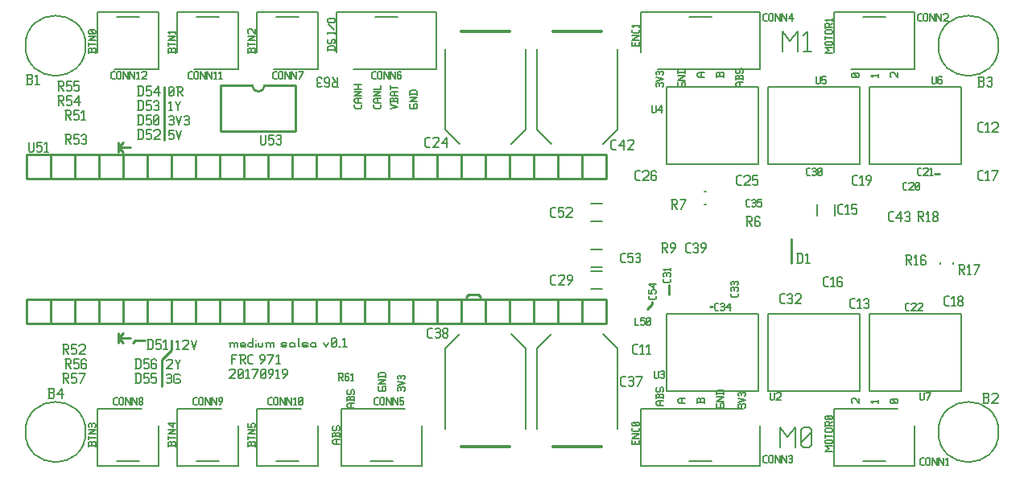
<source format=gbr>
G04 start of page 10 for group -4079 idx -4079 *
G04 Title: board, topsilk *
G04 Creator: pcb 20140316 *
G04 CreationDate: Mon 25 Sep 2017 03:50:36 AM GMT UTC *
G04 For: brian *
G04 Format: Gerber/RS-274X *
G04 PCB-Dimensions (mil): 6000.00 5000.00 *
G04 PCB-Coordinate-Origin: lower left *
%MOIN*%
%FSLAX25Y25*%
%LNTOPSILK*%
%ADD142C,0.0120*%
%ADD141C,0.0083*%
%ADD140C,0.0080*%
%ADD139C,0.0100*%
G54D139*X163000Y270000D02*Y266000D01*
Y268000D02*X165000Y270000D01*
X163000Y268000D02*X165000Y266000D01*
X382000Y201000D02*X384000Y203000D01*
Y204000D01*
X391000Y211000D02*Y207000D01*
X409000Y202000D02*X408000D01*
X503000Y257000D02*X501000D01*
X163000Y268000D02*X168000D01*
X182000Y293000D02*Y271000D01*
X163000Y191000D02*Y187000D01*
Y189000D02*X165000Y191000D01*
X163000Y189000D02*X168000D01*
X307000Y206000D02*X308000Y207000D01*
X312000D01*
X313000Y206000D01*
X163000Y189000D02*X165000Y187000D01*
X174000Y188000D02*X170000D01*
X169000Y187000D01*
X181000Y169000D02*Y180000D01*
X185000Y184000D01*
Y188000D01*
G54D140*X184000Y275020D02*X185960D01*
X184000D02*Y273060D01*
X184490Y273550D01*
X185470D01*
X185960Y273060D01*
Y271590D01*
X185470Y271100D02*X185960Y271590D01*
X184490Y271100D02*X185470D01*
X184000Y271590D02*X184490Y271100D01*
X187136Y275020D02*X188116Y271100D01*
X189096Y275020D01*
X184000Y280530D02*X184490Y281020D01*
X185470D01*
X185960Y280530D01*
X185470Y277100D02*X185960Y277590D01*
X184490Y277100D02*X185470D01*
X184000Y277590D02*X184490Y277100D01*
Y279256D02*X185470D01*
X185960Y280530D02*Y279746D01*
Y278766D02*Y277590D01*
Y278766D02*X185470Y279256D01*
X185960Y279746D02*X185470Y279256D01*
X187136Y281020D02*X188116Y277100D01*
X189096Y281020D01*
X190272Y280530D02*X190762Y281020D01*
X191742D01*
X192232Y280530D01*
X191742Y277100D02*X192232Y277590D01*
X190762Y277100D02*X191742D01*
X190272Y277590D02*X190762Y277100D01*
Y279256D02*X191742D01*
X192232Y280530D02*Y279746D01*
Y278766D02*Y277590D01*
Y278766D02*X191742Y279256D01*
X192232Y279746D02*X191742Y279256D01*
X184000Y289590D02*X184490Y289100D01*
X184000Y292530D02*Y289590D01*
Y292530D02*X184490Y293020D01*
X185470D01*
X185960Y292530D01*
Y289590D01*
X185470Y289100D02*X185960Y289590D01*
X184490Y289100D02*X185470D01*
X184000Y290080D02*X185960Y292040D01*
X187136Y293020D02*X189096D01*
X189586Y292530D01*
Y291550D01*
X189096Y291060D02*X189586Y291550D01*
X187626Y291060D02*X189096D01*
X187626Y293020D02*Y289100D01*
X188410Y291060D02*X189586Y289100D01*
X184000Y286236D02*X184784Y287020D01*
Y283100D01*
X184000D02*X185470D01*
X186646Y287020D02*X187626Y285060D01*
X188606Y287020D01*
X187626Y285060D02*Y283100D01*
X186750Y308500D02*Y307000D01*
Y308500D02*X186375Y308875D01*
X185475D02*X186375D01*
X185100Y308500D02*X185475Y308875D01*
X185100Y308500D02*Y307375D01*
X183750D02*X186750D01*
X183750Y308500D02*Y307000D01*
Y308500D02*X184125Y308875D01*
X184725D01*
X185100Y308500D02*X184725Y308875D01*
X183750Y311275D02*Y309775D01*
Y310525D02*X186750D01*
X183750Y312175D02*X186750D01*
X183750D02*X186750Y314050D01*
X183750D02*X186750D01*
X184350Y314950D02*X183750Y315550D01*
X186750D01*
Y316075D02*Y314950D01*
X249750Y308375D02*X252750D01*
X249750Y309350D02*X250275Y309875D01*
X252225D01*
X252750Y309350D02*X252225Y309875D01*
X252750Y309350D02*Y308000D01*
X249750Y309350D02*Y308000D01*
Y312275D02*X250125Y312650D01*
X249750Y312275D02*Y311150D01*
X250125Y310775D02*X249750Y311150D01*
X250125Y310775D02*X250875D01*
X251250Y311150D01*
Y312275D02*Y311150D01*
Y312275D02*X251625Y312650D01*
X252375D01*
X252750Y312275D02*X252375Y312650D01*
X252750Y312275D02*Y311150D01*
X252375Y310775D02*X252750Y311150D01*
X249750Y315650D02*Y314900D01*
Y315275D02*X252750D01*
Y315650D02*Y314900D01*
X252375Y316550D02*X250125Y318800D01*
Y319700D02*X252375D01*
X250125D02*X249750Y320075D01*
Y320825D02*Y320075D01*
Y320825D02*X250125Y321200D01*
X252375D01*
X252750Y320825D02*X252375Y321200D01*
X252750Y320825D02*Y320075D01*
X252375Y319700D02*X252750Y320075D01*
X263750Y285500D02*Y284525D01*
X263225Y284000D02*X263750Y284525D01*
X261275Y284000D02*X263225D01*
X261275D02*X260750Y284525D01*
Y285500D02*Y284525D01*
X261500Y286400D02*X263750D01*
X261500D02*X260750Y286925D01*
Y287750D02*Y286925D01*
Y287750D02*X261500Y288275D01*
X263750D01*
X262250D02*Y286400D01*
X260750Y289175D02*X263750D01*
X260750D02*X263750Y291050D01*
X260750D02*X263750D01*
X260750Y291950D02*X263750D01*
X260750Y293825D02*X263750D01*
X262250D02*Y291950D01*
X271750Y285500D02*Y284525D01*
X271225Y284000D02*X271750Y284525D01*
X269275Y284000D02*X271225D01*
X269275D02*X268750Y284525D01*
Y285500D02*Y284525D01*
X269500Y286400D02*X271750D01*
X269500D02*X268750Y286925D01*
Y287750D02*Y286925D01*
Y287750D02*X269500Y288275D01*
X271750D01*
X270250D02*Y286400D01*
X268750Y289175D02*X271750D01*
X268750D02*X271750Y291050D01*
X268750D02*X271750D01*
X268750Y291950D02*X271750D01*
Y293450D02*Y291950D01*
X275750Y284000D02*X278750Y284750D01*
X275750Y285500D01*
X278750Y287900D02*Y286400D01*
Y287900D02*X278375Y288275D01*
X277475D02*X278375D01*
X277100Y287900D02*X277475Y288275D01*
X277100Y287900D02*Y286775D01*
X275750D02*X278750D01*
X275750Y287900D02*Y286400D01*
Y287900D02*X276125Y288275D01*
X276725D01*
X277100Y287900D02*X276725Y288275D01*
X276500Y289175D02*X278750D01*
X276500D02*X275750Y289700D01*
Y290525D02*Y289700D01*
Y290525D02*X276500Y291050D01*
X278750D01*
X277250D02*Y289175D01*
X275750Y293450D02*Y291950D01*
Y292700D02*X278750D01*
X283750Y285500D02*X284125Y285875D01*
X283750Y285500D02*Y284375D01*
X284125Y284000D02*X283750Y284375D01*
X284125Y284000D02*X286375D01*
X286750Y284375D01*
Y285500D02*Y284375D01*
Y285500D02*X286375Y285875D01*
X285625D02*X286375D01*
X285250Y285500D02*X285625Y285875D01*
X285250Y285500D02*Y284750D01*
X283750Y286775D02*X286750D01*
X283750D02*X286750Y288650D01*
X283750D02*X286750D01*
X283750Y289925D02*X286750D01*
X283750Y290900D02*X284275Y291425D01*
X286225D01*
X286750Y290900D02*X286225Y291425D01*
X286750Y290900D02*Y289550D01*
X283750Y290900D02*Y289550D01*
X187000Y187236D02*X187784Y188020D01*
Y184100D01*
X187000D02*X188470D01*
X189646Y187530D02*X190136Y188020D01*
X191606D01*
X192096Y187530D01*
Y186550D01*
X189646Y184100D02*X192096Y186550D01*
X189646Y184100D02*X192096D01*
X193272Y188020D02*X194252Y184100D01*
X195232Y188020D01*
X183000Y179530D02*X183490Y180020D01*
X184960D01*
X185450Y179530D01*
Y178550D01*
X183000Y176100D02*X185450Y178550D01*
X183000Y176100D02*X185450D01*
X186626Y180020D02*X187606Y178060D01*
X188586Y180020D01*
X187606Y178060D02*Y176100D01*
X183000Y173530D02*X183490Y174020D01*
X184470D01*
X184960Y173530D01*
X184470Y170100D02*X184960Y170590D01*
X183490Y170100D02*X184470D01*
X183000Y170590D02*X183490Y170100D01*
Y172256D02*X184470D01*
X184960Y173530D02*Y172746D01*
Y171766D02*Y170590D01*
Y171766D02*X184470Y172256D01*
X184960Y172746D02*X184470Y172256D01*
X188096Y174020D02*X188586Y173530D01*
X186626Y174020D02*X188096D01*
X186136Y173530D02*X186626Y174020D01*
X186136Y173530D02*Y170590D01*
X186626Y170100D01*
X188096D01*
X188586Y170590D01*
Y171570D02*Y170590D01*
X188096Y172060D02*X188586Y171570D01*
X187116Y172060D02*X188096D01*
X186750Y145500D02*Y144000D01*
Y145500D02*X186375Y145875D01*
X185475D02*X186375D01*
X185100Y145500D02*X185475Y145875D01*
X185100Y145500D02*Y144375D01*
X183750D02*X186750D01*
X183750Y145500D02*Y144000D01*
Y145500D02*X184125Y145875D01*
X184725D01*
X185100Y145500D02*X184725Y145875D01*
X183750Y148275D02*Y146775D01*
Y147525D02*X186750D01*
X183750Y149175D02*X186750D01*
X183750D02*X186750Y151050D01*
X183750D02*X186750D01*
X185625Y151950D02*X183750Y153450D01*
X185625Y153825D02*Y151950D01*
X183750Y153450D02*X186750D01*
X153750Y308500D02*Y307000D01*
Y308500D02*X153375Y308875D01*
X152475D02*X153375D01*
X152100Y308500D02*X152475Y308875D01*
X152100Y308500D02*Y307375D01*
X150750D02*X153750D01*
X150750Y308500D02*Y307000D01*
Y308500D02*X151125Y308875D01*
X151725D01*
X152100Y308500D02*X151725Y308875D01*
X150750Y311275D02*Y309775D01*
Y310525D02*X153750D01*
X150750Y312175D02*X153750D01*
X150750D02*X153750Y314050D01*
X150750D02*X153750D01*
X153375Y314950D02*X153750Y315325D01*
X151125Y314950D02*X153375D01*
X151125D02*X150750Y315325D01*
Y316075D02*Y315325D01*
Y316075D02*X151125Y316450D01*
X153375D01*
X153750Y316075D02*X153375Y316450D01*
X153750Y316075D02*Y315325D01*
X153000Y314950D02*X151500Y316450D01*
X153750Y145500D02*Y144000D01*
Y145500D02*X153375Y145875D01*
X152475D02*X153375D01*
X152100Y145500D02*X152475Y145875D01*
X152100Y145500D02*Y144375D01*
X150750D02*X153750D01*
X150750Y145500D02*Y144000D01*
Y145500D02*X151125Y145875D01*
X151725D01*
X152100Y145500D02*X151725Y145875D01*
X150750Y148275D02*Y146775D01*
Y147525D02*X153750D01*
X150750Y149175D02*X153750D01*
X150750D02*X153750Y151050D01*
X150750D02*X153750D01*
X151125Y151950D02*X150750Y152325D01*
Y153075D02*Y152325D01*
Y153075D02*X151125Y153450D01*
X153750Y153075D02*X153375Y153450D01*
X153750Y153075D02*Y152325D01*
X153375Y151950D02*X153750Y152325D01*
X152100Y153075D02*Y152325D01*
X151125Y153450D02*X151725D01*
X152475D02*X153375D01*
X152475D02*X152100Y153075D01*
X151725Y153450D02*X152100Y153075D01*
X219750Y308500D02*Y307000D01*
Y308500D02*X219375Y308875D01*
X218475D02*X219375D01*
X218100Y308500D02*X218475Y308875D01*
X218100Y308500D02*Y307375D01*
X216750D02*X219750D01*
X216750Y308500D02*Y307000D01*
Y308500D02*X217125Y308875D01*
X217725D01*
X218100Y308500D02*X217725Y308875D01*
X216750Y311275D02*Y309775D01*
Y310525D02*X219750D01*
X216750Y312175D02*X219750D01*
X216750D02*X219750Y314050D01*
X216750D02*X219750D01*
X217125Y314950D02*X216750Y315325D01*
Y316450D02*Y315325D01*
Y316450D02*X217125Y316825D01*
X217875D01*
X219750Y314950D02*X217875Y316825D01*
X219750D02*Y314950D01*
Y145500D02*Y144000D01*
Y145500D02*X219375Y145875D01*
X218475D02*X219375D01*
X218100Y145500D02*X218475Y145875D01*
X218100Y145500D02*Y144375D01*
X216750D02*X219750D01*
X216750Y145500D02*Y144000D01*
Y145500D02*X217125Y145875D01*
X217725D01*
X218100Y145500D02*X217725Y145875D01*
X216750Y148275D02*Y146775D01*
Y147525D02*X219750D01*
X216750Y149175D02*X219750D01*
X216750D02*X219750Y151050D01*
X216750D02*X219750D01*
X216750Y153450D02*Y151950D01*
X218250D01*
X217875Y152325D01*
Y153075D02*Y152325D01*
Y153075D02*X218250Y153450D01*
X219375D01*
X219750Y153075D02*X219375Y153450D01*
X219750Y153075D02*Y152325D01*
X219375Y151950D02*X219750Y152325D01*
X252500Y145000D02*X254750D01*
X252500D02*X251750Y145525D01*
Y146350D02*Y145525D01*
Y146350D02*X252500Y146875D01*
X254750D01*
X253250D02*Y145000D01*
X254750Y149275D02*Y147775D01*
Y149275D02*X254375Y149650D01*
X253475D02*X254375D01*
X253100Y149275D02*X253475Y149650D01*
X253100Y149275D02*Y148150D01*
X251750D02*X254750D01*
X251750Y149275D02*Y147775D01*
Y149275D02*X252125Y149650D01*
X252725D01*
X253100Y149275D02*X252725Y149650D01*
X251750Y152050D02*X252125Y152425D01*
X251750Y152050D02*Y150925D01*
X252125Y150550D02*X251750Y150925D01*
X252125Y150550D02*X252875D01*
X253250Y150925D01*
Y152050D02*Y150925D01*
Y152050D02*X253625Y152425D01*
X254375D01*
X254750Y152050D02*X254375Y152425D01*
X254750Y152050D02*Y150925D01*
X254375Y150550D02*X254750Y150925D01*
X270750Y168500D02*X271125Y168875D01*
X270750Y168500D02*Y167375D01*
X271125Y167000D02*X270750Y167375D01*
X271125Y167000D02*X273375D01*
X273750Y167375D01*
Y168500D02*Y167375D01*
Y168500D02*X273375Y168875D01*
X272625D02*X273375D01*
X272250Y168500D02*X272625Y168875D01*
X272250Y168500D02*Y167750D01*
X270750Y169775D02*X273750D01*
X270750D02*X273750Y171650D01*
X270750D02*X273750D01*
X270750Y172925D02*X273750D01*
X270750Y173900D02*X271275Y174425D01*
X273225D01*
X273750Y173900D02*X273225Y174425D01*
X273750Y173900D02*Y172550D01*
X270750Y173900D02*Y172550D01*
X279125Y167000D02*X278750Y167375D01*
Y168125D02*Y167375D01*
Y168125D02*X279125Y168500D01*
X281750Y168125D02*X281375Y168500D01*
X281750Y168125D02*Y167375D01*
X281375Y167000D02*X281750Y167375D01*
X280100Y168125D02*Y167375D01*
X279125Y168500D02*X279725D01*
X280475D02*X281375D01*
X280475D02*X280100Y168125D01*
X279725Y168500D02*X280100Y168125D01*
X278750Y169400D02*X281750Y170150D01*
X278750Y170900D01*
X279125Y171800D02*X278750Y172175D01*
Y172925D02*Y172175D01*
Y172925D02*X279125Y173300D01*
X281750Y172925D02*X281375Y173300D01*
X281750Y172925D02*Y172175D01*
X281375Y171800D02*X281750Y172175D01*
X280100Y172925D02*Y172175D01*
X279125Y173300D02*X279725D01*
X280475D02*X281375D01*
X280475D02*X280100Y172925D01*
X279725Y173300D02*X280100Y172925D01*
X258500Y160000D02*X260750D01*
X258500D02*X257750Y160525D01*
Y161350D02*Y160525D01*
Y161350D02*X258500Y161875D01*
X260750D01*
X259250D02*Y160000D01*
X260750Y164275D02*Y162775D01*
Y164275D02*X260375Y164650D01*
X259475D02*X260375D01*
X259100Y164275D02*X259475Y164650D01*
X259100Y164275D02*Y163150D01*
X257750D02*X260750D01*
X257750Y164275D02*Y162775D01*
Y164275D02*X258125Y164650D01*
X258725D01*
X259100Y164275D02*X258725Y164650D01*
X257750Y167050D02*X258125Y167425D01*
X257750Y167050D02*Y165925D01*
X258125Y165550D02*X257750Y165925D01*
X258125Y165550D02*X258875D01*
X259250Y165925D01*
Y167050D02*Y165925D01*
Y167050D02*X259625Y167425D01*
X260375D01*
X260750Y167050D02*X260375Y167425D01*
X260750Y167050D02*Y165925D01*
X260375Y165550D02*X260750Y165925D01*
X209490Y186570D02*Y185100D01*
Y186570D02*X209980Y187060D01*
X210470D01*
X210960Y186570D01*
Y185100D01*
Y186570D02*X211450Y187060D01*
X211940D01*
X212430Y186570D01*
Y185100D01*
X209000Y187060D02*X209490Y186570D01*
X214096Y185100D02*X215566D01*
X213606Y185590D02*X214096Y185100D01*
X213606Y186570D02*Y185590D01*
Y186570D02*X214096Y187060D01*
X215076D01*
X215566Y186570D01*
X213606Y186080D02*X215566D01*
Y186570D02*Y186080D01*
X218702Y189020D02*Y185100D01*
X218212D02*X218702Y185590D01*
X217232Y185100D02*X218212D01*
X216742Y185590D02*X217232Y185100D01*
X216742Y186570D02*Y185590D01*
Y186570D02*X217232Y187060D01*
X218212D01*
X218702Y186570D01*
X219878Y188040D02*Y187942D01*
Y186570D02*Y185100D01*
X220858Y187060D02*Y185590D01*
X221348Y185100D01*
X222328D01*
X222818Y185590D01*
Y187060D02*Y185590D01*
X224484Y186570D02*Y185100D01*
Y186570D02*X224974Y187060D01*
X225464D01*
X225954Y186570D01*
Y185100D01*
Y186570D02*X226444Y187060D01*
X226934D01*
X227424Y186570D01*
Y185100D01*
X223994Y187060D02*X224484Y186570D01*
X230854Y185100D02*X232324D01*
X232814Y185590D01*
X232324Y186080D02*X232814Y185590D01*
X230854Y186080D02*X232324D01*
X230364Y186570D02*X230854Y186080D01*
X230364Y186570D02*X230854Y187060D01*
X232324D01*
X232814Y186570D01*
X230364Y185590D02*X230854Y185100D01*
X235460Y187060D02*X235950Y186570D01*
X234480Y187060D02*X235460D01*
X233990Y186570D02*X234480Y187060D01*
X233990Y186570D02*Y185590D01*
X234480Y185100D01*
X235950Y187060D02*Y185590D01*
X236440Y185100D01*
X234480D02*X235460D01*
X235950Y185590D01*
X237616Y189020D02*Y185590D01*
X238106Y185100D01*
X239576D02*X241046D01*
X241536Y185590D01*
X241046Y186080D02*X241536Y185590D01*
X239576Y186080D02*X241046D01*
X239086Y186570D02*X239576Y186080D01*
X239086Y186570D02*X239576Y187060D01*
X241046D01*
X241536Y186570D01*
X239086Y185590D02*X239576Y185100D01*
X244182Y187060D02*X244672Y186570D01*
X243202Y187060D02*X244182D01*
X242712Y186570D02*X243202Y187060D01*
X242712Y186570D02*Y185590D01*
X243202Y185100D01*
X244672Y187060D02*Y185590D01*
X245162Y185100D01*
X243202D02*X244182D01*
X244672Y185590D01*
X248102Y187060D02*X249082Y185100D01*
X250062Y187060D02*X249082Y185100D01*
X251238Y185590D02*X251728Y185100D01*
X251238Y188530D02*Y185590D01*
Y188530D02*X251728Y189020D01*
X252708D01*
X253198Y188530D01*
Y185590D01*
X252708Y185100D02*X253198Y185590D01*
X251728Y185100D02*X252708D01*
X251238Y186080D02*X253198Y188040D01*
X254374Y185100D02*X254864D01*
X256040Y188236D02*X256824Y189020D01*
Y185100D01*
X256040D02*X257510D01*
X210000Y182020D02*Y178100D01*
Y182020D02*X211960D01*
X210000Y180256D02*X211470D01*
X213136Y182020D02*X215096D01*
X215586Y181530D01*
Y180550D01*
X215096Y180060D02*X215586Y180550D01*
X213626Y180060D02*X215096D01*
X213626Y182020D02*Y178100D01*
X214410Y180060D02*X215586Y178100D01*
X217448D02*X218722D01*
X216762Y178786D02*X217448Y178100D01*
X216762Y181334D02*Y178786D01*
Y181334D02*X217448Y182020D01*
X218722D01*
X222152Y178100D02*X223622Y180060D01*
Y181530D02*Y180060D01*
X223132Y182020D02*X223622Y181530D01*
X222152Y182020D02*X223132D01*
X221662Y181530D02*X222152Y182020D01*
X221662Y181530D02*Y180550D01*
X222152Y180060D01*
X223622D01*
X225288Y178100D02*X227248Y182020D01*
X224798D02*X227248D01*
X228424Y181236D02*X229208Y182020D01*
Y178100D01*
X228424D02*X229894D01*
X209000Y175530D02*X209490Y176020D01*
X210960D01*
X211450Y175530D01*
Y174550D01*
X209000Y172100D02*X211450Y174550D01*
X209000Y172100D02*X211450D01*
X212626Y172590D02*X213116Y172100D01*
X212626Y175530D02*Y172590D01*
Y175530D02*X213116Y176020D01*
X214096D01*
X214586Y175530D01*
Y172590D01*
X214096Y172100D02*X214586Y172590D01*
X213116Y172100D02*X214096D01*
X212626Y173080D02*X214586Y175040D01*
X215762Y175236D02*X216546Y176020D01*
Y172100D01*
X215762D02*X217232D01*
X218898D02*X220858Y176020D01*
X218408D02*X220858D01*
X222034Y172590D02*X222524Y172100D01*
X222034Y175530D02*Y172590D01*
Y175530D02*X222524Y176020D01*
X223504D01*
X223994Y175530D01*
Y172590D01*
X223504Y172100D02*X223994Y172590D01*
X222524Y172100D02*X223504D01*
X222034Y173080D02*X223994Y175040D01*
X225660Y172100D02*X227130Y174060D01*
Y175530D02*Y174060D01*
X226640Y176020D02*X227130Y175530D01*
X225660Y176020D02*X226640D01*
X225170Y175530D02*X225660Y176020D01*
X225170Y175530D02*Y174550D01*
X225660Y174060D01*
X227130D01*
X228306Y175236D02*X229090Y176020D01*
Y172100D01*
X228306D02*X229776D01*
X231442D02*X232912Y174060D01*
Y175530D02*Y174060D01*
X232422Y176020D02*X232912Y175530D01*
X231442Y176020D02*X232422D01*
X230952Y175530D02*X231442Y176020D01*
X230952Y175530D02*Y174550D01*
X231442Y174060D01*
X232912D01*
G54D141*X438000Y315920D02*Y307600D01*
Y315920D02*X441120Y311760D01*
X444240Y315920D01*
Y307600D01*
X446736Y314256D02*X448400Y315920D01*
Y307600D01*
X446736D02*X449856D01*
G54D140*X455750Y307000D02*X458750D01*
X455750D02*X457250Y308125D01*
X455750Y309250D01*
X458750D01*
X456125Y310150D02*X458375D01*
X456125D02*X455750Y310525D01*
Y311275D02*Y310525D01*
Y311275D02*X456125Y311650D01*
X458375D01*
X458750Y311275D02*X458375Y311650D01*
X458750Y311275D02*Y310525D01*
X458375Y310150D02*X458750Y310525D01*
X455750Y314050D02*Y312550D01*
Y313300D02*X458750D01*
X456125Y314950D02*X458375D01*
X456125D02*X455750Y315325D01*
Y316075D02*Y315325D01*
Y316075D02*X456125Y316450D01*
X458375D01*
X458750Y316075D02*X458375Y316450D01*
X458750Y316075D02*Y315325D01*
X458375Y314950D02*X458750Y315325D01*
X455750Y318850D02*Y317350D01*
Y318850D02*X456125Y319225D01*
X456875D01*
X457250Y318850D02*X456875Y319225D01*
X457250Y318850D02*Y317725D01*
X455750D02*X458750D01*
X457250Y318325D02*X458750Y319225D01*
X456350Y320125D02*X455750Y320725D01*
X458750D01*
Y321250D02*Y320125D01*
X377100Y311125D02*Y310000D01*
X378750Y311500D02*Y310000D01*
X375750D02*X378750D01*
X375750Y311500D02*Y310000D01*
Y312400D02*X378750D01*
X375750D02*X378750Y314275D01*
X375750D02*X378750D01*
Y316675D02*Y315700D01*
X378225Y315175D02*X378750Y315700D01*
X376275Y315175D02*X378225D01*
X376275D02*X375750Y315700D01*
Y316675D02*Y315700D01*
X376350Y317575D02*X375750Y318175D01*
X378750D01*
Y318700D02*Y317575D01*
X403500Y297000D02*X405750D01*
X403500D02*X402750Y297525D01*
Y298350D02*Y297525D01*
Y298350D02*X403500Y298875D01*
X405750D01*
X404250D02*Y297000D01*
X386125Y293000D02*X385750Y293375D01*
Y294125D02*Y293375D01*
Y294125D02*X386125Y294500D01*
X388750Y294125D02*X388375Y294500D01*
X388750Y294125D02*Y293375D01*
X388375Y293000D02*X388750Y293375D01*
X387100Y294125D02*Y293375D01*
X386125Y294500D02*X386725D01*
X387475D02*X388375D01*
X387475D02*X387100Y294125D01*
X386725Y294500D02*X387100Y294125D01*
X385750Y295400D02*X388750Y296150D01*
X385750Y296900D01*
X386125Y297800D02*X385750Y298175D01*
Y298925D02*Y298175D01*
Y298925D02*X386125Y299300D01*
X388750Y298925D02*X388375Y299300D01*
X388750Y298925D02*Y298175D01*
X388375Y297800D02*X388750Y298175D01*
X387100Y298925D02*Y298175D01*
X386125Y299300D02*X386725D01*
X387475D02*X388375D01*
X387475D02*X387100Y298925D01*
X386725Y299300D02*X387100Y298925D01*
X394740Y294480D02*X395110Y294850D01*
X394740Y294480D02*Y293370D01*
X395110Y293000D02*X394740Y293370D01*
X395110Y293000D02*X397330D01*
X397700Y293370D01*
Y294480D02*Y293370D01*
Y294480D02*X397330Y294850D01*
X396590D02*X397330D01*
X396220Y294480D02*X396590Y294850D01*
X396220Y294480D02*Y293740D01*
X394740Y295738D02*X397700D01*
X394740D02*X397700Y297588D01*
X394740D02*X397700D01*
X394740Y298846D02*X397700D01*
X394740Y299808D02*X395258Y300326D01*
X397182D01*
X397700Y299808D02*X397182Y300326D01*
X397700Y299808D02*Y298476D01*
X394740Y299808D02*Y298476D01*
X413750Y298500D02*Y297000D01*
Y298500D02*X413375Y298875D01*
X412475D02*X413375D01*
X412100Y298500D02*X412475Y298875D01*
X412100Y298500D02*Y297375D01*
X410750D02*X413750D01*
X410750Y298500D02*Y297000D01*
Y298500D02*X411125Y298875D01*
X411725D01*
X412100Y298500D02*X411725Y298875D01*
X419500Y293000D02*X421750D01*
X419500D02*X418750Y293525D01*
Y294350D02*Y293525D01*
Y294350D02*X419500Y294875D01*
X421750D01*
X420250D02*Y293000D01*
X421750Y297275D02*Y295775D01*
Y297275D02*X421375Y297650D01*
X420475D02*X421375D01*
X420100Y297275D02*X420475Y297650D01*
X420100Y297275D02*Y296150D01*
X418750D02*X421750D01*
X418750Y297275D02*Y295775D01*
Y297275D02*X419125Y297650D01*
X419725D01*
X420100Y297275D02*X419725Y297650D01*
X418750Y300050D02*X419125Y300425D01*
X418750Y300050D02*Y298925D01*
X419125Y298550D02*X418750Y298925D01*
X419125Y298550D02*X419875D01*
X420250Y298925D01*
Y300050D02*Y298925D01*
Y300050D02*X420625Y300425D01*
X421375D01*
X421750Y300050D02*X421375Y300425D01*
X421750Y300050D02*Y298925D01*
X421375Y298550D02*X421750Y298925D01*
X469375Y297000D02*X469750Y297375D01*
X467125Y297000D02*X469375D01*
X467125D02*X466750Y297375D01*
Y298125D02*Y297375D01*
Y298125D02*X467125Y298500D01*
X469375D01*
X469750Y298125D02*X469375Y298500D01*
X469750Y298125D02*Y297375D01*
X469000Y297000D02*X467500Y298500D01*
X475350Y297000D02*X474750Y297600D01*
X477750D01*
Y298125D02*Y297000D01*
X483125D02*X482750Y297375D01*
Y298500D02*Y297375D01*
Y298500D02*X483125Y298875D01*
X483875D01*
X485750Y297000D02*X483875Y298875D01*
X485750D02*Y297000D01*
G54D141*X437000Y151920D02*Y143600D01*
Y151920D02*X440120Y147760D01*
X443240Y151920D01*
Y143600D01*
X445736Y144640D02*X446776Y143600D01*
X445736Y150880D02*Y144640D01*
Y150880D02*X446776Y151920D01*
X448856D01*
X449896Y150880D01*
Y144640D01*
X448856Y143600D02*X449896Y144640D01*
X446776Y143600D02*X448856D01*
X445736Y145680D02*X449896Y149840D01*
G54D140*X455750Y142000D02*X458750D01*
X455750D02*X457250Y143125D01*
X455750Y144250D01*
X458750D01*
X456125Y145150D02*X458375D01*
X456125D02*X455750Y145525D01*
Y146275D02*Y145525D01*
Y146275D02*X456125Y146650D01*
X458375D01*
X458750Y146275D02*X458375Y146650D01*
X458750Y146275D02*Y145525D01*
X458375Y145150D02*X458750Y145525D01*
X455750Y149050D02*Y147550D01*
Y148300D02*X458750D01*
X456125Y149950D02*X458375D01*
X456125D02*X455750Y150325D01*
Y151075D02*Y150325D01*
Y151075D02*X456125Y151450D01*
X458375D01*
X458750Y151075D02*X458375Y151450D01*
X458750Y151075D02*Y150325D01*
X458375Y149950D02*X458750Y150325D01*
X455750Y153850D02*Y152350D01*
Y153850D02*X456125Y154225D01*
X456875D01*
X457250Y153850D02*X456875Y154225D01*
X457250Y153850D02*Y152725D01*
X455750D02*X458750D01*
X457250Y153325D02*X458750Y154225D01*
X458375Y155125D02*X458750Y155500D01*
X456125Y155125D02*X458375D01*
X456125D02*X455750Y155500D01*
Y156250D02*Y155500D01*
Y156250D02*X456125Y156625D01*
X458375D01*
X458750Y156250D02*X458375Y156625D01*
X458750Y156250D02*Y155500D01*
X458000Y155125D02*X456500Y156625D01*
X485375Y162000D02*X485750Y162375D01*
X483125Y162000D02*X485375D01*
X483125D02*X482750Y162375D01*
Y163125D02*Y162375D01*
Y163125D02*X483125Y163500D01*
X485375D01*
X485750Y163125D02*X485375Y163500D01*
X485750Y163125D02*Y162375D01*
X485000Y162000D02*X483500Y163500D01*
X475350Y162000D02*X474750Y162600D01*
X477750D01*
Y163125D02*Y162000D01*
X467125D02*X466750Y162375D01*
Y163500D02*Y162375D01*
Y163500D02*X467125Y163875D01*
X467875D01*
X469750Y162000D02*X467875Y163875D01*
X469750D02*Y162000D01*
X377100Y146125D02*Y145000D01*
X378750Y146500D02*Y145000D01*
X375750D02*X378750D01*
X375750Y146500D02*Y145000D01*
Y147400D02*X378750D01*
X375750D02*X378750Y149275D01*
X375750D02*X378750D01*
Y151675D02*Y150700D01*
X378225Y150175D02*X378750Y150700D01*
X376275Y150175D02*X378225D01*
X376275D02*X375750Y150700D01*
Y151675D02*Y150700D01*
X378375Y152575D02*X378750Y152950D01*
X376125Y152575D02*X378375D01*
X376125D02*X375750Y152950D01*
Y153700D02*Y152950D01*
Y153700D02*X376125Y154075D01*
X378375D01*
X378750Y153700D02*X378375Y154075D01*
X378750Y153700D02*Y152950D01*
X378000Y152575D02*X376500Y154075D01*
X405750Y163500D02*Y162000D01*
Y163500D02*X405375Y163875D01*
X404475D02*X405375D01*
X404100Y163500D02*X404475Y163875D01*
X404100Y163500D02*Y162375D01*
X402750D02*X405750D01*
X402750Y163500D02*Y162000D01*
Y163500D02*X403125Y163875D01*
X403725D01*
X404100Y163500D02*X403725Y163875D01*
X395500Y162000D02*X397750D01*
X395500D02*X394750Y162525D01*
Y163350D02*Y162525D01*
Y163350D02*X395500Y163875D01*
X397750D01*
X396250D02*Y162000D01*
X386500Y161000D02*X388750D01*
X386500D02*X385750Y161525D01*
Y162350D02*Y161525D01*
Y162350D02*X386500Y162875D01*
X388750D01*
X387250D02*Y161000D01*
X388750Y165275D02*Y163775D01*
Y165275D02*X388375Y165650D01*
X387475D02*X388375D01*
X387100Y165275D02*X387475Y165650D01*
X387100Y165275D02*Y164150D01*
X385750D02*X388750D01*
X385750Y165275D02*Y163775D01*
Y165275D02*X386125Y165650D01*
X386725D01*
X387100Y165275D02*X386725Y165650D01*
X385750Y168050D02*X386125Y168425D01*
X385750Y168050D02*Y166925D01*
X386125Y166550D02*X385750Y166925D01*
X386125Y166550D02*X386875D01*
X387250Y166925D01*
Y168050D02*Y166925D01*
Y168050D02*X387625Y168425D01*
X388375D01*
X388750Y168050D02*X388375Y168425D01*
X388750Y168050D02*Y166925D01*
X388375Y166550D02*X388750Y166925D01*
X420125Y160000D02*X419750Y160375D01*
Y161125D02*Y160375D01*
Y161125D02*X420125Y161500D01*
X422750Y161125D02*X422375Y161500D01*
X422750Y161125D02*Y160375D01*
X422375Y160000D02*X422750Y160375D01*
X421100Y161125D02*Y160375D01*
X420125Y161500D02*X420725D01*
X421475D02*X422375D01*
X421475D02*X421100Y161125D01*
X420725Y161500D02*X421100Y161125D01*
X419750Y162400D02*X422750Y163150D01*
X419750Y163900D01*
X420125Y164800D02*X419750Y165175D01*
Y165925D02*Y165175D01*
Y165925D02*X420125Y166300D01*
X422750Y165925D02*X422375Y166300D01*
X422750Y165925D02*Y165175D01*
X422375Y164800D02*X422750Y165175D01*
X421100Y165925D02*Y165175D01*
X420125Y166300D02*X420725D01*
X421475D02*X422375D01*
X421475D02*X421100Y165925D01*
X420725Y166300D02*X421100Y165925D01*
X410740Y161480D02*X411110Y161850D01*
X410740Y161480D02*Y160370D01*
X411110Y160000D02*X410740Y160370D01*
X411110Y160000D02*X413330D01*
X413700Y160370D01*
Y161480D02*Y160370D01*
Y161480D02*X413330Y161850D01*
X412590D02*X413330D01*
X412220Y161480D02*X412590Y161850D01*
X412220Y161480D02*Y160740D01*
X410740Y162738D02*X413700D01*
X410740D02*X413700Y164588D01*
X410740D02*X413700D01*
X410740Y165846D02*X413700D01*
X410740Y166808D02*X411258Y167326D01*
X413182D01*
X413700Y166808D02*X413182Y167326D01*
X413700Y166808D02*Y165476D01*
X410740Y166808D02*Y165476D01*
X405607Y244245D02*X406393D01*
X405607Y249755D02*X406393D01*
X485748Y159578D02*X459252D01*
X492748Y152578D02*Y136043D01*
X459252Y159578D02*Y136043D01*
X492748D02*X459252D01*
X480622Y138043D02*X471378D01*
X432000Y198944D02*Y167056D01*
X470000Y198944D02*Y167056D01*
X432000Y198944D02*X470000D01*
X432000Y167056D02*X470000D01*
X474000Y198944D02*Y167056D01*
X512000Y198944D02*Y167056D01*
X474000Y198944D02*X512000D01*
X474000Y167056D02*X512000D01*
X503245Y220393D02*Y219607D01*
X508755Y220393D02*Y219607D01*
X502500Y150000D02*G75*G03X502500Y150000I12500J0D01*G01*
G54D139*X441600Y220000D02*Y230000D01*
G54D140*X466252Y300422D02*X492748D01*
X459252Y323957D02*Y307422D01*
X492748Y323957D02*Y300422D01*
X459252Y323957D02*X492748D01*
X471378Y321957D02*X480622D01*
X502500Y310000D02*G75*G03X502500Y310000I12500J0D01*G01*
X459740Y244362D02*Y239638D01*
X452260Y244362D02*Y239638D01*
X512000Y292944D02*Y261056D01*
X474000Y292944D02*Y261056D01*
X512000D01*
X474000Y292944D02*X512000D01*
X470000D02*Y261056D01*
X432000Y292944D02*Y261056D01*
X470000D01*
X432000Y292944D02*X470000D01*
X358638Y244740D02*X363362D01*
X358638Y237260D02*X363362D01*
X390000Y198944D02*Y167056D01*
X428000Y198944D02*Y167056D01*
X390000Y198944D02*X428000D01*
X390000Y167056D02*X428000D01*
X421622Y159578D02*X379378D01*
X428622Y152578D02*Y136043D01*
X379378Y159578D02*Y136043D01*
X428622D02*X379378D01*
X408622Y138043D02*X399378D01*
X386378Y300422D02*X428622D01*
X379378Y323957D02*Y307422D01*
X428622Y323957D02*Y300422D01*
X379378Y323957D02*X428622D01*
X399378Y321957D02*X408622D01*
X428000Y292944D02*Y261056D01*
X390000Y292944D02*Y261056D01*
X428000D01*
X390000Y292944D02*X428000D01*
G54D142*X343000Y316000D02*X363000D01*
G54D140*X336268Y275268D02*Y308732D01*
X369732Y275268D02*Y308732D01*
Y275268D02*X363827Y269362D01*
X336268Y275268D02*X342173Y269362D01*
G54D142*X305000Y316000D02*X325000D01*
G54D140*X298268Y275268D02*Y308732D01*
X331732Y275268D02*Y308732D01*
Y275268D02*X325827Y269362D01*
X298268Y275268D02*X304173Y269362D01*
X260315Y300422D02*X294685D01*
X253315Y323957D02*Y307422D01*
X294685Y323957D02*Y300422D01*
X253315Y323957D02*X294685D01*
X269378Y321957D02*X278622D01*
X255252Y159578D02*X281748D01*
X288748Y152578D02*Y136043D01*
X255252Y159578D02*Y136043D01*
X288748D01*
X267378Y138043D02*X276622D01*
G54D142*X305000Y144000D02*X325000D01*
G54D140*X331732Y184732D02*Y151268D01*
X298268Y184732D02*Y151268D01*
Y184732D02*X304173Y190638D01*
X331732Y184732D02*X325827Y190638D01*
G54D142*X343000Y144000D02*X363000D01*
G54D140*X369732Y184732D02*Y151268D01*
X336268Y184732D02*Y151268D01*
Y184732D02*X342173Y190638D01*
X369732Y184732D02*X363827Y190638D01*
X358638Y225740D02*X363362D01*
X358638Y218260D02*X363362D01*
G54D139*X125000Y255000D02*X365000D01*
Y265000D02*X125000D01*
Y255000D02*Y265000D01*
X135000Y255000D02*Y265000D01*
X145000Y255000D02*Y265000D01*
X155000Y255000D02*Y265000D01*
X165000Y255000D02*Y265000D01*
X175000Y255000D02*Y265000D01*
X185000Y255000D02*Y265000D01*
X195000Y255000D02*Y265000D01*
X205000Y255000D02*Y265000D01*
X215000Y255000D02*Y265000D01*
X225000Y255000D02*Y265000D01*
X235000Y255000D02*Y265000D01*
X245000Y255000D02*Y265000D01*
X255000Y255000D02*Y265000D01*
X265000Y255000D02*Y265000D01*
X275000Y255000D02*Y265000D01*
X285000Y255000D02*Y265000D01*
X295000Y255000D02*Y265000D01*
X305000Y255000D02*Y265000D01*
X315000Y255000D02*Y265000D01*
X325000Y255000D02*Y265000D01*
X335000Y255000D02*Y265000D01*
X345000Y255000D02*Y265000D01*
X355000Y255000D02*Y265000D01*
X365000Y255000D02*Y265000D01*
X125000Y195000D02*X365000D01*
Y205000D02*X125000D01*
Y195000D02*Y205000D01*
X135000Y195000D02*Y205000D01*
X145000Y195000D02*Y205000D01*
X155000Y195000D02*Y205000D01*
X165000Y195000D02*Y205000D01*
X175000Y195000D02*Y205000D01*
X185000Y195000D02*Y205000D01*
X195000Y195000D02*Y205000D01*
X205000Y195000D02*Y205000D01*
X215000Y195000D02*Y205000D01*
X225000Y195000D02*Y205000D01*
X235000Y195000D02*Y205000D01*
X245000Y195000D02*Y205000D01*
X255000Y195000D02*Y205000D01*
X265000Y195000D02*Y205000D01*
X275000Y195000D02*Y205000D01*
X285000Y195000D02*Y205000D01*
X295000Y195000D02*Y205000D01*
X305000Y195000D02*Y205000D01*
X315000Y195000D02*Y205000D01*
X325000Y195000D02*Y205000D01*
X335000Y195000D02*Y205000D01*
X345000Y195000D02*Y205000D01*
X355000Y195000D02*Y205000D01*
X365000Y195000D02*Y205000D01*
G54D140*X358638Y216740D02*X363362D01*
X358638Y209260D02*X363362D01*
X238811Y159578D02*X220189D01*
X245811Y152578D02*Y136043D01*
X220189Y159578D02*Y136043D01*
X245811D02*X220189D01*
X237622Y138043D02*X228378D01*
X205811Y159578D02*X187189D01*
X212811Y152578D02*Y136043D01*
X187189Y159578D02*Y136043D01*
X212811D02*X187189D01*
X204622Y138043D02*X195378D01*
X124500Y310000D02*G75*G03X124500Y310000I12500J0D01*G01*
X161189Y300422D02*X179811D01*
X154189Y323957D02*Y307422D01*
X179811Y323957D02*Y300422D01*
X154189Y323957D02*X179811D01*
X162378Y321957D02*X171622D01*
X124500Y150000D02*G75*G03X124500Y150000I12500J0D01*G01*
G54D139*X205500Y293500D02*Y274500D01*
X236500D01*
Y293500D01*
X205500D02*X218500D01*
X236500D02*X223500D01*
X218500D02*G75*G03X223500Y293500I2500J0D01*G01*
G54D140*X227189Y300422D02*X245811D01*
X220189Y323957D02*Y307422D01*
X245811Y323957D02*Y300422D01*
X220189Y323957D02*X245811D01*
X228378Y321957D02*X237622D01*
X194189Y300422D02*X212811D01*
X187189Y323957D02*Y307422D01*
X212811Y323957D02*Y300422D01*
X187189Y323957D02*X212811D01*
X195378Y321957D02*X204622D01*
X172811Y159578D02*X154189D01*
X179811Y152578D02*Y136043D01*
X154189Y159578D02*Y136043D01*
X179811D02*X154189D01*
X171622Y138043D02*X162378D01*
X269539Y161150D02*X270540D01*
X269000Y161689D02*X269539Y161150D01*
X269000Y163691D02*Y161689D01*
Y163691D02*X269539Y164230D01*
X270540D01*
X271464Y163845D02*Y161535D01*
Y163845D02*X271849Y164230D01*
X272619D01*
X273004Y163845D01*
Y161535D01*
X272619Y161150D02*X273004Y161535D01*
X271849Y161150D02*X272619D01*
X271464Y161535D02*X271849Y161150D01*
X273928Y164230D02*Y161150D01*
Y164230D02*X275853Y161150D01*
Y164230D02*Y161150D01*
X276777Y164230D02*Y161150D01*
Y164230D02*X278702Y161150D01*
Y164230D02*Y161150D01*
X279626Y164230D02*X281166D01*
X279626D02*Y162690D01*
X280011Y163075D01*
X280781D01*
X281166Y162690D01*
Y161535D01*
X280781Y161150D02*X281166Y161535D01*
X280011Y161150D02*X280781D01*
X279626Y161535D02*X280011Y161150D01*
X291700Y189000D02*X293000D01*
X291000Y189700D02*X291700Y189000D01*
X291000Y192300D02*Y189700D01*
Y192300D02*X291700Y193000D01*
X293000D01*
X294200Y192500D02*X294700Y193000D01*
X295700D01*
X296200Y192500D01*
X295700Y189000D02*X296200Y189500D01*
X294700Y189000D02*X295700D01*
X294200Y189500D02*X294700Y189000D01*
Y191200D02*X295700D01*
X296200Y192500D02*Y191700D01*
Y190700D02*Y189500D01*
Y190700D02*X295700Y191200D01*
X296200Y191700D02*X295700Y191200D01*
X297400Y189500D02*X297900Y189000D01*
X297400Y190300D02*Y189500D01*
Y190300D02*X298100Y191000D01*
X298700D01*
X299400Y190300D01*
Y189500D01*
X298900Y189000D02*X299400Y189500D01*
X297900Y189000D02*X298900D01*
X297400Y191700D02*X298100Y191000D01*
X297400Y192500D02*Y191700D01*
Y192500D02*X297900Y193000D01*
X298900D01*
X299400Y192500D01*
Y191700D01*
X298700Y191000D02*X299400Y191700D01*
X225539Y161150D02*X226540D01*
X225000Y161689D02*X225539Y161150D01*
X225000Y163691D02*Y161689D01*
Y163691D02*X225539Y164230D01*
X226540D01*
X227464Y163845D02*Y161535D01*
Y163845D02*X227849Y164230D01*
X228619D01*
X229004Y163845D01*
Y161535D01*
X228619Y161150D02*X229004Y161535D01*
X227849Y161150D02*X228619D01*
X227464Y161535D02*X227849Y161150D01*
X229928Y164230D02*Y161150D01*
Y164230D02*X231853Y161150D01*
Y164230D02*Y161150D01*
X232777Y164230D02*Y161150D01*
Y164230D02*X234702Y161150D01*
Y164230D02*Y161150D01*
X235626Y163614D02*X236242Y164230D01*
Y161150D01*
X235626D02*X236781D01*
X237705Y161535D02*X238090Y161150D01*
X237705Y163845D02*Y161535D01*
Y163845D02*X238090Y164230D01*
X238860D01*
X239245Y163845D01*
Y161535D01*
X238860Y161150D02*X239245Y161535D01*
X238090Y161150D02*X238860D01*
X237705Y161920D02*X239245Y163460D01*
X194539Y161150D02*X195540D01*
X194000Y161689D02*X194539Y161150D01*
X194000Y163691D02*Y161689D01*
Y163691D02*X194539Y164230D01*
X195540D01*
X196464Y163845D02*Y161535D01*
Y163845D02*X196849Y164230D01*
X197619D01*
X198004Y163845D01*
Y161535D01*
X197619Y161150D02*X198004Y161535D01*
X196849Y161150D02*X197619D01*
X196464Y161535D02*X196849Y161150D01*
X198928Y164230D02*Y161150D01*
Y164230D02*X200853Y161150D01*
Y164230D02*Y161150D01*
X201777Y164230D02*Y161150D01*
Y164230D02*X203702Y161150D01*
Y164230D02*Y161150D01*
X205011D02*X206166Y162690D01*
Y163845D02*Y162690D01*
X205781Y164230D02*X206166Y163845D01*
X205011Y164230D02*X205781D01*
X204626Y163845D02*X205011Y164230D01*
X204626Y163845D02*Y163075D01*
X205011Y162690D01*
X206166D01*
X161539Y161150D02*X162540D01*
X161000Y161689D02*X161539Y161150D01*
X161000Y163691D02*Y161689D01*
Y163691D02*X161539Y164230D01*
X162540D01*
X163464Y163845D02*Y161535D01*
Y163845D02*X163849Y164230D01*
X164619D01*
X165004Y163845D01*
Y161535D01*
X164619Y161150D02*X165004Y161535D01*
X163849Y161150D02*X164619D01*
X163464Y161535D02*X163849Y161150D01*
X165928Y164230D02*Y161150D01*
Y164230D02*X167853Y161150D01*
Y164230D02*Y161150D01*
X168777Y164230D02*Y161150D01*
Y164230D02*X170702Y161150D01*
Y164230D02*Y161150D01*
X171626Y161535D02*X172011Y161150D01*
X171626Y162151D02*Y161535D01*
Y162151D02*X172165Y162690D01*
X172627D01*
X173166Y162151D01*
Y161535D01*
X172781Y161150D02*X173166Y161535D01*
X172011Y161150D02*X172781D01*
X171626Y163229D02*X172165Y162690D01*
X171626Y163845D02*Y163229D01*
Y163845D02*X172011Y164230D01*
X172781D01*
X173166Y163845D01*
Y163229D01*
X172627Y162690D02*X173166Y163229D01*
X170350Y174150D02*Y170150D01*
X171650Y174150D02*X172350Y173450D01*
Y170850D01*
X171650Y170150D02*X172350Y170850D01*
X169850Y170150D02*X171650D01*
X169850Y174150D02*X171650D01*
X173550D02*X175550D01*
X173550D02*Y172150D01*
X174050Y172650D01*
X175050D01*
X175550Y172150D01*
Y170650D01*
X175050Y170150D02*X175550Y170650D01*
X174050Y170150D02*X175050D01*
X173550Y170650D02*X174050Y170150D01*
X176750Y174150D02*X178750D01*
X176750D02*Y172150D01*
X177250Y172650D01*
X178250D01*
X178750Y172150D01*
Y170650D01*
X178250Y170150D02*X178750Y170650D01*
X177250Y170150D02*X178250D01*
X176750Y170650D02*X177250Y170150D01*
X170350Y180150D02*Y176150D01*
X171650Y180150D02*X172350Y179450D01*
Y176850D01*
X171650Y176150D02*X172350Y176850D01*
X169850Y176150D02*X171650D01*
X169850Y180150D02*X171650D01*
X173550D02*X175550D01*
X173550D02*Y178150D01*
X174050Y178650D01*
X175050D01*
X175550Y178150D01*
Y176650D01*
X175050Y176150D02*X175550Y176650D01*
X174050Y176150D02*X175050D01*
X173550Y176650D02*X174050Y176150D01*
X178250Y180150D02*X178750Y179650D01*
X177250Y180150D02*X178250D01*
X176750Y179650D02*X177250Y180150D01*
X176750Y179650D02*Y176650D01*
X177250Y176150D01*
X178250Y178350D02*X178750Y177850D01*
X176750Y178350D02*X178250D01*
X177250Y176150D02*X178250D01*
X178750Y176650D01*
Y177850D02*Y176650D01*
X175350Y188150D02*Y184150D01*
X176650Y188150D02*X177350Y187450D01*
Y184850D01*
X176650Y184150D02*X177350Y184850D01*
X174850Y184150D02*X176650D01*
X174850Y188150D02*X176650D01*
X178550D02*X180550D01*
X178550D02*Y186150D01*
X179050Y186650D01*
X180050D01*
X180550Y186150D01*
Y184650D01*
X180050Y184150D02*X180550Y184650D01*
X179050Y184150D02*X180050D01*
X178550Y184650D02*X179050Y184150D01*
X181750Y187350D02*X182550Y188150D01*
Y184150D01*
X181750D02*X183250D01*
X139850Y174150D02*X141850D01*
X142350Y173650D01*
Y172650D01*
X141850Y172150D02*X142350Y172650D01*
X140350Y172150D02*X141850D01*
X140350Y174150D02*Y170150D01*
X141150Y172150D02*X142350Y170150D01*
X143550Y174150D02*X145550D01*
X143550D02*Y172150D01*
X144050Y172650D01*
X145050D01*
X145550Y172150D01*
Y170650D01*
X145050Y170150D02*X145550Y170650D01*
X144050Y170150D02*X145050D01*
X143550Y170650D02*X144050Y170150D01*
X147250D02*X149250Y174150D01*
X146750D02*X149250D01*
X134000Y164000D02*X136000D01*
X136500Y164500D01*
Y165700D02*Y164500D01*
X136000Y166200D02*X136500Y165700D01*
X134500Y166200D02*X136000D01*
X134500Y168000D02*Y164000D01*
X134000Y168000D02*X136000D01*
X136500Y167500D01*
Y166700D01*
X136000Y166200D02*X136500Y166700D01*
X137700Y165500D02*X139700Y168000D01*
X137700Y165500D02*X140200D01*
X139700Y168000D02*Y164000D01*
X140850Y180150D02*X142850D01*
X143350Y179650D01*
Y178650D01*
X142850Y178150D02*X143350Y178650D01*
X141350Y178150D02*X142850D01*
X141350Y180150D02*Y176150D01*
X142150Y178150D02*X143350Y176150D01*
X144550Y180150D02*X146550D01*
X144550D02*Y178150D01*
X145050Y178650D01*
X146050D01*
X146550Y178150D01*
Y176650D01*
X146050Y176150D02*X146550Y176650D01*
X145050Y176150D02*X146050D01*
X144550Y176650D02*X145050Y176150D01*
X149250Y180150D02*X149750Y179650D01*
X148250Y180150D02*X149250D01*
X147750Y179650D02*X148250Y180150D01*
X147750Y179650D02*Y176650D01*
X148250Y176150D01*
X149250Y178350D02*X149750Y177850D01*
X147750Y178350D02*X149250D01*
X148250Y176150D02*X149250D01*
X149750Y176650D01*
Y177850D02*Y176650D01*
X139850Y186150D02*X141850D01*
X142350Y185650D01*
Y184650D01*
X141850Y184150D02*X142350Y184650D01*
X140350Y184150D02*X141850D01*
X140350Y186150D02*Y182150D01*
X141150Y184150D02*X142350Y182150D01*
X143550Y186150D02*X145550D01*
X143550D02*Y184150D01*
X144050Y184650D01*
X145050D01*
X145550Y184150D01*
Y182650D01*
X145050Y182150D02*X145550Y182650D01*
X144050Y182150D02*X145050D01*
X143550Y182650D02*X144050Y182150D01*
X146750Y185650D02*X147250Y186150D01*
X148750D01*
X149250Y185650D01*
Y184650D01*
X146750Y182150D02*X149250Y184650D01*
X146750Y182150D02*X149250D01*
X254000Y174230D02*X255540D01*
X255925Y173845D01*
Y173075D01*
X255540Y172690D02*X255925Y173075D01*
X254385Y172690D02*X255540D01*
X254385Y174230D02*Y171150D01*
X255001Y172690D02*X255925Y171150D01*
X258004Y174230D02*X258389Y173845D01*
X257234Y174230D02*X258004D01*
X256849Y173845D02*X257234Y174230D01*
X256849Y173845D02*Y171535D01*
X257234Y171150D01*
X258004Y172844D02*X258389Y172459D01*
X256849Y172844D02*X258004D01*
X257234Y171150D02*X258004D01*
X258389Y171535D01*
Y172459D02*Y171535D01*
X259313Y173614D02*X259929Y174230D01*
Y171150D01*
X259313D02*X260468D01*
X290700Y268000D02*X292000D01*
X290000Y268700D02*X290700Y268000D01*
X290000Y271300D02*Y268700D01*
Y271300D02*X290700Y272000D01*
X292000D01*
X293200Y271500D02*X293700Y272000D01*
X295200D01*
X295700Y271500D01*
Y270500D01*
X293200Y268000D02*X295700Y270500D01*
X293200Y268000D02*X295700D01*
X296900Y269500D02*X298900Y272000D01*
X296900Y269500D02*X299400D01*
X298900Y272000D02*Y268000D01*
X268539Y296150D02*X269540D01*
X268000Y296689D02*X268539Y296150D01*
X268000Y298691D02*Y296689D01*
Y298691D02*X268539Y299230D01*
X269540D01*
X270464Y298845D02*Y296535D01*
Y298845D02*X270849Y299230D01*
X271619D01*
X272004Y298845D01*
Y296535D01*
X271619Y296150D02*X272004Y296535D01*
X270849Y296150D02*X271619D01*
X270464Y296535D02*X270849Y296150D01*
X272928Y299230D02*Y296150D01*
Y299230D02*X274853Y296150D01*
Y299230D02*Y296150D01*
X275777Y299230D02*Y296150D01*
Y299230D02*X277702Y296150D01*
Y299230D02*Y296150D01*
X279781Y299230D02*X280166Y298845D01*
X279011Y299230D02*X279781D01*
X278626Y298845D02*X279011Y299230D01*
X278626Y298845D02*Y296535D01*
X279011Y296150D01*
X279781Y297844D02*X280166Y297459D01*
X278626Y297844D02*X279781D01*
X279011Y296150D02*X279781D01*
X280166Y296535D01*
Y297459D02*Y296535D01*
X252150Y292850D02*X254150D01*
X252150D02*X251650Y293350D01*
Y294350D02*Y293350D01*
X252150Y294850D02*X251650Y294350D01*
X252150Y294850D02*X253650D01*
Y296850D02*Y292850D01*
X252850Y294850D02*X251650Y296850D01*
X248950Y292850D02*X248450Y293350D01*
X248950Y292850D02*X249950D01*
X250450Y293350D02*X249950Y292850D01*
X250450Y296350D02*Y293350D01*
Y296350D02*X249950Y296850D01*
X248950Y294650D02*X248450Y295150D01*
X248950Y294650D02*X250450D01*
X248950Y296850D02*X249950D01*
X248950D02*X248450Y296350D01*
Y295150D01*
X247250Y293350D02*X246750Y292850D01*
X245750D02*X246750D01*
X245750D02*X245250Y293350D01*
X245750Y296850D02*X245250Y296350D01*
X245750Y296850D02*X246750D01*
X247250Y296350D02*X246750Y296850D01*
X245750Y294650D02*X246750D01*
X245250Y294150D02*Y293350D01*
Y296350D02*Y295150D01*
X245750Y294650D01*
X245250Y294150D02*X245750Y294650D01*
X222000Y273000D02*Y269500D01*
X222500Y269000D01*
X223500D01*
X224000Y269500D01*
Y273000D02*Y269500D01*
X225200Y273000D02*X227200D01*
X225200D02*Y271000D01*
X225700Y271500D01*
X226700D01*
X227200Y271000D01*
Y269500D01*
X226700Y269000D02*X227200Y269500D01*
X225700Y269000D02*X226700D01*
X225200Y269500D02*X225700Y269000D01*
X228400Y272500D02*X228900Y273000D01*
X229900D01*
X230400Y272500D01*
X229900Y269000D02*X230400Y269500D01*
X228900Y269000D02*X229900D01*
X228400Y269500D02*X228900Y269000D01*
Y271200D02*X229900D01*
X230400Y272500D02*Y271700D01*
Y270700D02*Y269500D01*
Y270700D02*X229900Y271200D01*
X230400Y271700D02*X229900Y271200D01*
X227539Y296150D02*X228540D01*
X227000Y296689D02*X227539Y296150D01*
X227000Y298691D02*Y296689D01*
Y298691D02*X227539Y299230D01*
X228540D01*
X229464Y298845D02*Y296535D01*
Y298845D02*X229849Y299230D01*
X230619D01*
X231004Y298845D01*
Y296535D01*
X230619Y296150D02*X231004Y296535D01*
X229849Y296150D02*X230619D01*
X229464Y296535D02*X229849Y296150D01*
X231928Y299230D02*Y296150D01*
Y299230D02*X233853Y296150D01*
Y299230D02*Y296150D01*
X234777Y299230D02*Y296150D01*
Y299230D02*X236702Y296150D01*
Y299230D02*Y296150D01*
X238011D02*X239551Y299230D01*
X237626D02*X239551D01*
X140850Y273150D02*X142850D01*
X143350Y272650D01*
Y271650D01*
X142850Y271150D02*X143350Y271650D01*
X141350Y271150D02*X142850D01*
X141350Y273150D02*Y269150D01*
X142150Y271150D02*X143350Y269150D01*
X144550Y273150D02*X146550D01*
X144550D02*Y271150D01*
X145050Y271650D01*
X146050D01*
X146550Y271150D01*
Y269650D01*
X146050Y269150D02*X146550Y269650D01*
X145050Y269150D02*X146050D01*
X144550Y269650D02*X145050Y269150D01*
X147750Y272650D02*X148250Y273150D01*
X149250D01*
X149750Y272650D01*
X149250Y269150D02*X149750Y269650D01*
X148250Y269150D02*X149250D01*
X147750Y269650D02*X148250Y269150D01*
Y271350D02*X149250D01*
X149750Y272650D02*Y271850D01*
Y270850D02*Y269650D01*
Y270850D02*X149250Y271350D01*
X149750Y271850D02*X149250Y271350D01*
X126000Y270000D02*Y266500D01*
X126500Y266000D01*
X127500D01*
X128000Y266500D01*
Y270000D02*Y266500D01*
X129200Y270000D02*X131200D01*
X129200D02*Y268000D01*
X129700Y268500D01*
X130700D01*
X131200Y268000D01*
Y266500D01*
X130700Y266000D02*X131200Y266500D01*
X129700Y266000D02*X130700D01*
X129200Y266500D02*X129700Y266000D01*
X132400Y269200D02*X133200Y270000D01*
Y266000D01*
X132400D02*X133900D01*
X137850Y289150D02*X139850D01*
X140350Y288650D01*
Y287650D01*
X139850Y287150D02*X140350Y287650D01*
X138350Y287150D02*X139850D01*
X138350Y289150D02*Y285150D01*
X139150Y287150D02*X140350Y285150D01*
X141550Y289150D02*X143550D01*
X141550D02*Y287150D01*
X142050Y287650D01*
X143050D01*
X143550Y287150D01*
Y285650D01*
X143050Y285150D02*X143550Y285650D01*
X142050Y285150D02*X143050D01*
X141550Y285650D02*X142050Y285150D01*
X144750Y286650D02*X146750Y289150D01*
X144750Y286650D02*X147250D01*
X146750Y289150D02*Y285150D01*
X140850Y283150D02*X142850D01*
X143350Y282650D01*
Y281650D01*
X142850Y281150D02*X143350Y281650D01*
X141350Y281150D02*X142850D01*
X141350Y283150D02*Y279150D01*
X142150Y281150D02*X143350Y279150D01*
X144550Y283150D02*X146550D01*
X144550D02*Y281150D01*
X145050Y281650D01*
X146050D01*
X146550Y281150D01*
Y279650D01*
X146050Y279150D02*X146550Y279650D01*
X145050Y279150D02*X146050D01*
X144550Y279650D02*X145050Y279150D01*
X147750Y282350D02*X148550Y283150D01*
Y279150D01*
X147750D02*X149250D01*
X137850Y295150D02*X139850D01*
X140350Y294650D01*
Y293650D01*
X139850Y293150D02*X140350Y293650D01*
X138350Y293150D02*X139850D01*
X138350Y295150D02*Y291150D01*
X139150Y293150D02*X140350Y291150D01*
X141550Y295150D02*X143550D01*
X141550D02*Y293150D01*
X142050Y293650D01*
X143050D01*
X143550Y293150D01*
Y291650D01*
X143050Y291150D02*X143550Y291650D01*
X142050Y291150D02*X143050D01*
X141550Y291650D02*X142050Y291150D01*
X144750Y295150D02*X146750D01*
X144750D02*Y293150D01*
X145250Y293650D01*
X146250D01*
X146750Y293150D01*
Y291650D01*
X146250Y291150D02*X146750Y291650D01*
X145250Y291150D02*X146250D01*
X144750Y291650D02*X145250Y291150D01*
X125000Y294000D02*X127000D01*
X127500Y294500D01*
Y295700D02*Y294500D01*
X127000Y296200D02*X127500Y295700D01*
X125500Y296200D02*X127000D01*
X125500Y298000D02*Y294000D01*
X125000Y298000D02*X127000D01*
X127500Y297500D01*
Y296700D01*
X127000Y296200D02*X127500Y296700D01*
X128700Y297200D02*X129500Y298000D01*
Y294000D01*
X128700D02*X130200D01*
X171350Y287150D02*Y283150D01*
X172650Y287150D02*X173350Y286450D01*
Y283850D01*
X172650Y283150D02*X173350Y283850D01*
X170850Y283150D02*X172650D01*
X170850Y287150D02*X172650D01*
X174550D02*X176550D01*
X174550D02*Y285150D01*
X175050Y285650D01*
X176050D01*
X176550Y285150D01*
Y283650D01*
X176050Y283150D02*X176550Y283650D01*
X175050Y283150D02*X176050D01*
X174550Y283650D02*X175050Y283150D01*
X177750Y286650D02*X178250Y287150D01*
X179250D01*
X179750Y286650D01*
X179250Y283150D02*X179750Y283650D01*
X178250Y283150D02*X179250D01*
X177750Y283650D02*X178250Y283150D01*
Y285350D02*X179250D01*
X179750Y286650D02*Y285850D01*
Y284850D02*Y283650D01*
Y284850D02*X179250Y285350D01*
X179750Y285850D02*X179250Y285350D01*
X171350Y281150D02*Y277150D01*
X172650Y281150D02*X173350Y280450D01*
Y277850D01*
X172650Y277150D02*X173350Y277850D01*
X170850Y277150D02*X172650D01*
X170850Y281150D02*X172650D01*
X174550D02*X176550D01*
X174550D02*Y279150D01*
X175050Y279650D01*
X176050D01*
X176550Y279150D01*
Y277650D01*
X176050Y277150D02*X176550Y277650D01*
X175050Y277150D02*X176050D01*
X174550Y277650D02*X175050Y277150D01*
X177750Y277650D02*X178250Y277150D01*
X177750Y280650D02*Y277650D01*
Y280650D02*X178250Y281150D01*
X179250D01*
X179750Y280650D01*
Y277650D01*
X179250Y277150D02*X179750Y277650D01*
X178250Y277150D02*X179250D01*
X177750Y278150D02*X179750Y280150D01*
X171350Y275150D02*Y271150D01*
X172650Y275150D02*X173350Y274450D01*
Y271850D01*
X172650Y271150D02*X173350Y271850D01*
X170850Y271150D02*X172650D01*
X170850Y275150D02*X172650D01*
X174550D02*X176550D01*
X174550D02*Y273150D01*
X175050Y273650D01*
X176050D01*
X176550Y273150D01*
Y271650D01*
X176050Y271150D02*X176550Y271650D01*
X175050Y271150D02*X176050D01*
X174550Y271650D02*X175050Y271150D01*
X177750Y274650D02*X178250Y275150D01*
X179750D01*
X180250Y274650D01*
Y273650D01*
X177750Y271150D02*X180250Y273650D01*
X177750Y271150D02*X180250D01*
X171350Y293150D02*Y289150D01*
X172650Y293150D02*X173350Y292450D01*
Y289850D01*
X172650Y289150D02*X173350Y289850D01*
X170850Y289150D02*X172650D01*
X170850Y293150D02*X172650D01*
X174550D02*X176550D01*
X174550D02*Y291150D01*
X175050Y291650D01*
X176050D01*
X176550Y291150D01*
Y289650D01*
X176050Y289150D02*X176550Y289650D01*
X175050Y289150D02*X176050D01*
X174550Y289650D02*X175050Y289150D01*
X177750Y290650D02*X179750Y293150D01*
X177750Y290650D02*X180250D01*
X179750Y293150D02*Y289150D01*
X192539Y296150D02*X193540D01*
X192000Y296689D02*X192539Y296150D01*
X192000Y298691D02*Y296689D01*
Y298691D02*X192539Y299230D01*
X193540D01*
X194464Y298845D02*Y296535D01*
Y298845D02*X194849Y299230D01*
X195619D01*
X196004Y298845D01*
Y296535D01*
X195619Y296150D02*X196004Y296535D01*
X194849Y296150D02*X195619D01*
X194464Y296535D02*X194849Y296150D01*
X196928Y299230D02*Y296150D01*
Y299230D02*X198853Y296150D01*
Y299230D02*Y296150D01*
X199777Y299230D02*Y296150D01*
Y299230D02*X201702Y296150D01*
Y299230D02*Y296150D01*
X202626Y298614D02*X203242Y299230D01*
Y296150D01*
X202626D02*X203781D01*
X204705Y298614D02*X205321Y299230D01*
Y296150D01*
X204705D02*X205860D01*
X160539D02*X161540D01*
X160000Y296689D02*X160539Y296150D01*
X160000Y298691D02*Y296689D01*
Y298691D02*X160539Y299230D01*
X161540D01*
X162464Y298845D02*Y296535D01*
Y298845D02*X162849Y299230D01*
X163619D01*
X164004Y298845D01*
Y296535D01*
X163619Y296150D02*X164004Y296535D01*
X162849Y296150D02*X163619D01*
X162464Y296535D02*X162849Y296150D01*
X164928Y299230D02*Y296150D01*
Y299230D02*X166853Y296150D01*
Y299230D02*Y296150D01*
X167777Y299230D02*Y296150D01*
Y299230D02*X169702Y296150D01*
Y299230D02*Y296150D01*
X170626Y298614D02*X171242Y299230D01*
Y296150D01*
X170626D02*X171781D01*
X172705Y298845D02*X173090Y299230D01*
X174245D01*
X174630Y298845D01*
Y298075D01*
X172705Y296150D02*X174630Y298075D01*
X172705Y296150D02*X174630D01*
X433000Y166230D02*Y163535D01*
X433385Y163150D01*
X434155D01*
X434540Y163535D01*
Y166230D02*Y163535D01*
X435464Y165845D02*X435849Y166230D01*
X437004D01*
X437389Y165845D01*
Y165075D01*
X435464Y163150D02*X437389Y165075D01*
X435464Y163150D02*X437389D01*
X385000Y175230D02*Y172535D01*
X385385Y172150D01*
X386155D01*
X386540Y172535D01*
Y175230D02*Y172535D01*
X387464Y174845D02*X387849Y175230D01*
X388619D01*
X389004Y174845D01*
X388619Y172150D02*X389004Y172535D01*
X387849Y172150D02*X388619D01*
X387464Y172535D02*X387849Y172150D01*
Y173844D02*X388619D01*
X389004Y174845D02*Y174229D01*
Y173459D02*Y172535D01*
Y173459D02*X388619Y173844D01*
X389004Y174229D02*X388619Y173844D01*
X495539Y136150D02*X496540D01*
X495000Y136689D02*X495539Y136150D01*
X495000Y138691D02*Y136689D01*
Y138691D02*X495539Y139230D01*
X496540D01*
X497464Y138845D02*Y136535D01*
Y138845D02*X497849Y139230D01*
X498619D01*
X499004Y138845D01*
Y136535D01*
X498619Y136150D02*X499004Y136535D01*
X497849Y136150D02*X498619D01*
X497464Y136535D02*X497849Y136150D01*
X499928Y139230D02*Y136150D01*
Y139230D02*X501853Y136150D01*
Y139230D02*Y136150D01*
X502777Y139230D02*Y136150D01*
Y139230D02*X504702Y136150D01*
Y139230D02*Y136150D01*
X505626Y138614D02*X506242Y139230D01*
Y136150D01*
X505626D02*X506781D01*
X430539Y137150D02*X431540D01*
X430000Y137689D02*X430539Y137150D01*
X430000Y139691D02*Y137689D01*
Y139691D02*X430539Y140230D01*
X431540D01*
X432464Y139845D02*Y137535D01*
Y139845D02*X432849Y140230D01*
X433619D01*
X434004Y139845D01*
Y137535D01*
X433619Y137150D02*X434004Y137535D01*
X432849Y137150D02*X433619D01*
X432464Y137535D02*X432849Y137150D01*
X434928Y140230D02*Y137150D01*
Y140230D02*X436853Y137150D01*
Y140230D02*Y137150D01*
X437777Y140230D02*Y137150D01*
Y140230D02*X439702Y137150D01*
Y140230D02*Y137150D01*
X440626Y139845D02*X441011Y140230D01*
X441781D01*
X442166Y139845D01*
X441781Y137150D02*X442166Y137535D01*
X441011Y137150D02*X441781D01*
X440626Y137535D02*X441011Y137150D01*
Y138844D02*X441781D01*
X442166Y139845D02*Y139229D01*
Y138459D02*Y137535D01*
Y138459D02*X441781Y138844D01*
X442166Y139229D02*X441781Y138844D01*
X495000Y166230D02*Y163535D01*
X495385Y163150D01*
X496155D01*
X496540Y163535D01*
Y166230D02*Y163535D01*
X497849Y163150D02*X499389Y166230D01*
X497464D02*X499389D01*
X489389Y200300D02*X490390D01*
X488850Y200839D02*X489389Y200300D01*
X488850Y202841D02*Y200839D01*
Y202841D02*X489389Y203380D01*
X490390D01*
X491314Y202995D02*X491699Y203380D01*
X492854D01*
X493239Y202995D01*
Y202225D01*
X491314Y200300D02*X493239Y202225D01*
X491314Y200300D02*X493239D01*
X494163Y202995D02*X494548Y203380D01*
X495703D01*
X496088Y202995D01*
Y202225D01*
X494163Y200300D02*X496088Y202225D01*
X494163Y200300D02*X496088D01*
X466550Y201150D02*X467850D01*
X465850Y201850D02*X466550Y201150D01*
X465850Y204450D02*Y201850D01*
Y204450D02*X466550Y205150D01*
X467850D01*
X469050Y204350D02*X469850Y205150D01*
Y201150D01*
X469050D02*X470550D01*
X471750Y204650D02*X472250Y205150D01*
X473250D01*
X473750Y204650D01*
X473250Y201150D02*X473750Y201650D01*
X472250Y201150D02*X473250D01*
X471750Y201650D02*X472250Y201150D01*
Y203350D02*X473250D01*
X473750Y204650D02*Y203850D01*
Y202850D02*Y201650D01*
Y202850D02*X473250Y203350D01*
X473750Y203850D02*X473250Y203350D01*
X505550Y202150D02*X506850D01*
X504850Y202850D02*X505550Y202150D01*
X504850Y205450D02*Y202850D01*
Y205450D02*X505550Y206150D01*
X506850D01*
X508050Y205350D02*X508850Y206150D01*
Y202150D01*
X508050D02*X509550D01*
X510750Y202650D02*X511250Y202150D01*
X510750Y203450D02*Y202650D01*
Y203450D02*X511450Y204150D01*
X512050D01*
X512750Y203450D01*
Y202650D01*
X512250Y202150D02*X512750Y202650D01*
X511250Y202150D02*X512250D01*
X510750Y204850D02*X511450Y204150D01*
X510750Y205650D02*Y204850D01*
Y205650D02*X511250Y206150D01*
X512250D01*
X512750Y205650D01*
Y204850D01*
X512050Y204150D02*X512750Y204850D01*
X521000Y162000D02*X523000D01*
X523500Y162500D01*
Y163700D02*Y162500D01*
X523000Y164200D02*X523500Y163700D01*
X521500Y164200D02*X523000D01*
X521500Y166000D02*Y162000D01*
X521000Y166000D02*X523000D01*
X523500Y165500D01*
Y164700D01*
X523000Y164200D02*X523500Y164700D01*
X524700Y165500D02*X525200Y166000D01*
X526700D01*
X527200Y165500D01*
Y164500D01*
X524700Y162000D02*X527200Y164500D01*
X524700Y162000D02*X527200D01*
X385650Y206370D02*Y205382D01*
X385118Y204850D02*X385650Y205382D01*
X383142Y204850D02*X385118D01*
X383142D02*X382610Y205382D01*
Y206370D02*Y205382D01*
Y208802D02*Y207282D01*
X384130D01*
X383750Y207662D01*
Y208422D02*Y207662D01*
Y208422D02*X384130Y208802D01*
X385270D01*
X385650Y208422D02*X385270Y208802D01*
X385650Y208422D02*Y207662D01*
X385270Y207282D02*X385650Y207662D01*
X384510Y209714D02*X382610Y211234D01*
X384510Y211614D02*Y209714D01*
X382610Y211234D02*X385650D01*
X376850Y197380D02*Y194300D01*
X378390D01*
X379314Y197380D02*X380854D01*
X379314D02*Y195840D01*
X379699Y196225D01*
X380469D01*
X380854Y195840D01*
Y194685D01*
X380469Y194300D02*X380854Y194685D01*
X379699Y194300D02*X380469D01*
X379314Y194685D02*X379699Y194300D01*
X381778Y194685D02*X382163Y194300D01*
X381778Y196995D02*Y194685D01*
Y196995D02*X382163Y197380D01*
X382933D01*
X383318Y196995D01*
Y194685D01*
X382933Y194300D02*X383318Y194685D01*
X382163Y194300D02*X382933D01*
X381778Y195070D02*X383318Y196610D01*
X391700Y213390D02*Y212389D01*
X391161Y211850D02*X391700Y212389D01*
X389159Y211850D02*X391161D01*
X389159D02*X388620Y212389D01*
Y213390D02*Y212389D01*
X389005Y214314D02*X388620Y214699D01*
Y215469D02*Y214699D01*
Y215469D02*X389005Y215854D01*
X391700Y215469D02*X391315Y215854D01*
X391700Y215469D02*Y214699D01*
X391315Y214314D02*X391700Y214699D01*
X390006Y215469D02*Y214699D01*
X389005Y215854D02*X389621D01*
X390391D02*X391315D01*
X390391D02*X390006Y215469D01*
X389621Y215854D02*X390006Y215469D01*
X389236Y216778D02*X388620Y217394D01*
X391700D01*
Y217933D02*Y216778D01*
X371679Y220150D02*X372940D01*
X371000Y220829D02*X371679Y220150D01*
X371000Y223351D02*Y220829D01*
Y223351D02*X371679Y224030D01*
X372940D01*
X374104D02*X376044D01*
X374104D02*Y222090D01*
X374589Y222575D01*
X375559D01*
X376044Y222090D01*
Y220635D01*
X375559Y220150D02*X376044Y220635D01*
X374589Y220150D02*X375559D01*
X374104Y220635D02*X374589Y220150D01*
X377208Y223545D02*X377693Y224030D01*
X378663D01*
X379148Y223545D01*
X378663Y220150D02*X379148Y220635D01*
X377693Y220150D02*X378663D01*
X377208Y220635D02*X377693Y220150D01*
Y222284D02*X378663D01*
X379148Y223545D02*Y222769D01*
Y221799D02*Y220635D01*
Y221799D02*X378663Y222284D01*
X379148Y222769D02*X378663Y222284D01*
X387850Y228150D02*X389850D01*
X390350Y227650D01*
Y226650D01*
X389850Y226150D02*X390350Y226650D01*
X388350Y226150D02*X389850D01*
X388350Y228150D02*Y224150D01*
X389150Y226150D02*X390350Y224150D01*
X392050D02*X393550Y226150D01*
Y227650D02*Y226150D01*
X393050Y228150D02*X393550Y227650D01*
X392050Y228150D02*X393050D01*
X391550Y227650D02*X392050Y228150D01*
X391550Y227650D02*Y226650D01*
X392050Y226150D01*
X393550D01*
X398550Y224150D02*X399850D01*
X397850Y224850D02*X398550Y224150D01*
X397850Y227450D02*Y224850D01*
Y227450D02*X398550Y228150D01*
X399850D01*
X401050Y227650D02*X401550Y228150D01*
X402550D01*
X403050Y227650D01*
X402550Y224150D02*X403050Y224650D01*
X401550Y224150D02*X402550D01*
X401050Y224650D02*X401550Y224150D01*
Y226350D02*X402550D01*
X403050Y227650D02*Y226850D01*
Y225850D02*Y224650D01*
Y225850D02*X402550Y226350D01*
X403050Y226850D02*X402550Y226350D01*
X404750Y224150D02*X406250Y226150D01*
Y227650D02*Y226150D01*
X405750Y228150D02*X406250Y227650D01*
X404750Y228150D02*X405750D01*
X404250Y227650D02*X404750Y228150D01*
X404250Y227650D02*Y226650D01*
X404750Y226150D01*
X406250D01*
X444500Y224000D02*Y220000D01*
X445800Y224000D02*X446500Y223300D01*
Y220700D01*
X445800Y220000D02*X446500Y220700D01*
X444000Y220000D02*X445800D01*
X444000Y224000D02*X445800D01*
X447700Y223200D02*X448500Y224000D01*
Y220000D01*
X447700D02*X449200D01*
X423389Y243300D02*X424390D01*
X422850Y243839D02*X423389Y243300D01*
X422850Y245841D02*Y243839D01*
Y245841D02*X423389Y246380D01*
X424390D01*
X425314Y245995D02*X425699Y246380D01*
X426469D01*
X426854Y245995D01*
X426469Y243300D02*X426854Y243685D01*
X425699Y243300D02*X426469D01*
X425314Y243685D02*X425699Y243300D01*
Y244994D02*X426469D01*
X426854Y245995D02*Y245379D01*
Y244609D02*Y243685D01*
Y244609D02*X426469Y244994D01*
X426854Y245379D02*X426469Y244994D01*
X427778Y246380D02*X429318D01*
X427778D02*Y244840D01*
X428163Y245225D01*
X428933D01*
X429318Y244840D01*
Y243685D01*
X428933Y243300D02*X429318Y243685D01*
X428163Y243300D02*X428933D01*
X427778Y243685D02*X428163Y243300D01*
X422850Y239150D02*X424850D01*
X425350Y238650D01*
Y237650D01*
X424850Y237150D02*X425350Y237650D01*
X423350Y237150D02*X424850D01*
X423350Y239150D02*Y235150D01*
X424150Y237150D02*X425350Y235150D01*
X428050Y239150D02*X428550Y238650D01*
X427050Y239150D02*X428050D01*
X426550Y238650D02*X427050Y239150D01*
X426550Y238650D02*Y235650D01*
X427050Y235150D01*
X428050Y237350D02*X428550Y236850D01*
X426550Y237350D02*X428050D01*
X427050Y235150D02*X428050D01*
X428550Y235650D01*
Y236850D02*Y235650D01*
X419550Y252150D02*X420850D01*
X418850Y252850D02*X419550Y252150D01*
X418850Y255450D02*Y252850D01*
Y255450D02*X419550Y256150D01*
X420850D01*
X422050Y255650D02*X422550Y256150D01*
X424050D01*
X424550Y255650D01*
Y254650D01*
X422050Y252150D02*X424550Y254650D01*
X422050Y252150D02*X424550D01*
X425750Y256150D02*X427750D01*
X425750D02*Y254150D01*
X426250Y254650D01*
X427250D01*
X427750Y254150D01*
Y252650D01*
X427250Y252150D02*X427750Y252650D01*
X426250Y252150D02*X427250D01*
X425750Y252650D02*X426250Y252150D01*
X448389Y256300D02*X449390D01*
X447850Y256839D02*X448389Y256300D01*
X447850Y258841D02*Y256839D01*
Y258841D02*X448389Y259380D01*
X449390D01*
X450314Y258995D02*X450699Y259380D01*
X451469D01*
X451854Y258995D01*
X451469Y256300D02*X451854Y256685D01*
X450699Y256300D02*X451469D01*
X450314Y256685D02*X450699Y256300D01*
Y257994D02*X451469D01*
X451854Y258995D02*Y258379D01*
Y257609D02*Y256685D01*
Y257609D02*X451469Y257994D01*
X451854Y258379D02*X451469Y257994D01*
X452778Y256685D02*X453163Y256300D01*
X452778Y258995D02*Y256685D01*
Y258995D02*X453163Y259380D01*
X453933D01*
X454318Y258995D01*
Y256685D01*
X453933Y256300D02*X454318Y256685D01*
X453163Y256300D02*X453933D01*
X452778Y257070D02*X454318Y258610D01*
X410389Y200300D02*X411390D01*
X409850Y200839D02*X410389Y200300D01*
X409850Y202841D02*Y200839D01*
Y202841D02*X410389Y203380D01*
X411390D01*
X412314Y202995D02*X412699Y203380D01*
X413469D01*
X413854Y202995D01*
X413469Y200300D02*X413854Y200685D01*
X412699Y200300D02*X413469D01*
X412314Y200685D02*X412699Y200300D01*
Y201994D02*X413469D01*
X413854Y202995D02*Y202379D01*
Y201609D02*Y200685D01*
Y201609D02*X413469Y201994D01*
X413854Y202379D02*X413469Y201994D01*
X414778Y201455D02*X416318Y203380D01*
X414778Y201455D02*X416703D01*
X416318Y203380D02*Y200300D01*
X419700Y207390D02*Y206389D01*
X419161Y205850D02*X419700Y206389D01*
X417159Y205850D02*X419161D01*
X417159D02*X416620Y206389D01*
Y207390D02*Y206389D01*
X417005Y208314D02*X416620Y208699D01*
Y209469D02*Y208699D01*
Y209469D02*X417005Y209854D01*
X419700Y209469D02*X419315Y209854D01*
X419700Y209469D02*Y208699D01*
X419315Y208314D02*X419700Y208699D01*
X418006Y209469D02*Y208699D01*
X417005Y209854D02*X417621D01*
X418391D02*X419315D01*
X418391D02*X418006Y209469D01*
X417621Y209854D02*X418006Y209469D01*
X417005Y210778D02*X416620Y211163D01*
Y211933D02*Y211163D01*
Y211933D02*X417005Y212318D01*
X419700Y211933D02*X419315Y212318D01*
X419700Y211933D02*Y211163D01*
X419315Y210778D02*X419700Y211163D01*
X418006Y211933D02*Y211163D01*
X417005Y212318D02*X417621D01*
X418391D02*X419315D01*
X418391D02*X418006Y211933D01*
X417621Y212318D02*X418006Y211933D01*
X437550Y203150D02*X438850D01*
X436850Y203850D02*X437550Y203150D01*
X436850Y206450D02*Y203850D01*
Y206450D02*X437550Y207150D01*
X438850D01*
X440050Y206650D02*X440550Y207150D01*
X441550D01*
X442050Y206650D01*
X441550Y203150D02*X442050Y203650D01*
X440550Y203150D02*X441550D01*
X440050Y203650D02*X440550Y203150D01*
Y205350D02*X441550D01*
X442050Y206650D02*Y205850D01*
Y204850D02*Y203650D01*
Y204850D02*X441550Y205350D01*
X442050Y205850D02*X441550Y205350D01*
X443250Y206650D02*X443750Y207150D01*
X445250D01*
X445750Y206650D01*
Y205650D01*
X443250Y203150D02*X445750Y205650D01*
X443250Y203150D02*X445750D01*
X391850Y246150D02*X393850D01*
X394350Y245650D01*
Y244650D01*
X393850Y244150D02*X394350Y244650D01*
X392350Y244150D02*X393850D01*
X392350Y246150D02*Y242150D01*
X393150Y244150D02*X394350Y242150D01*
X396050D02*X398050Y246150D01*
X395550D02*X398050D01*
X377550Y254150D02*X378850D01*
X376850Y254850D02*X377550Y254150D01*
X376850Y257450D02*Y254850D01*
Y257450D02*X377550Y258150D01*
X378850D01*
X380050Y257650D02*X380550Y258150D01*
X382050D01*
X382550Y257650D01*
Y256650D01*
X380050Y254150D02*X382550Y256650D01*
X380050Y254150D02*X382550D01*
X385250Y258150D02*X385750Y257650D01*
X384250Y258150D02*X385250D01*
X383750Y257650D02*X384250Y258150D01*
X383750Y257650D02*Y254650D01*
X384250Y254150D01*
X385250Y256350D02*X385750Y255850D01*
X383750Y256350D02*X385250D01*
X384250Y254150D02*X385250D01*
X385750Y254650D01*
Y255850D02*Y254650D01*
X367700Y267000D02*X369000D01*
X367000Y267700D02*X367700Y267000D01*
X367000Y270300D02*Y267700D01*
Y270300D02*X367700Y271000D01*
X369000D01*
X370200Y268500D02*X372200Y271000D01*
X370200Y268500D02*X372700D01*
X372200Y271000D02*Y267000D01*
X373900Y270500D02*X374400Y271000D01*
X375900D01*
X376400Y270500D01*
Y269500D01*
X373900Y267000D02*X376400Y269500D01*
X373900Y267000D02*X376400D01*
X384000Y285230D02*Y282535D01*
X384385Y282150D01*
X385155D01*
X385540Y282535D01*
Y285230D02*Y282535D01*
X386464Y283305D02*X388004Y285230D01*
X386464Y283305D02*X388389D01*
X388004Y285230D02*Y282150D01*
X494539Y320150D02*X495540D01*
X494000Y320689D02*X494539Y320150D01*
X494000Y322691D02*Y320689D01*
Y322691D02*X494539Y323230D01*
X495540D01*
X496464Y322845D02*Y320535D01*
Y322845D02*X496849Y323230D01*
X497619D01*
X498004Y322845D01*
Y320535D01*
X497619Y320150D02*X498004Y320535D01*
X496849Y320150D02*X497619D01*
X496464Y320535D02*X496849Y320150D01*
X498928Y323230D02*Y320150D01*
Y323230D02*X500853Y320150D01*
Y323230D02*Y320150D01*
X501777Y323230D02*Y320150D01*
Y323230D02*X503702Y320150D01*
Y323230D02*Y320150D01*
X504626Y322845D02*X505011Y323230D01*
X506166D01*
X506551Y322845D01*
Y322075D01*
X504626Y320150D02*X506551Y322075D01*
X504626Y320150D02*X506551D01*
X500000Y297230D02*Y294535D01*
X500385Y294150D01*
X501155D01*
X501540Y294535D01*
Y297230D02*Y294535D01*
X503619Y297230D02*X504004Y296845D01*
X502849Y297230D02*X503619D01*
X502464Y296845D02*X502849Y297230D01*
X502464Y296845D02*Y294535D01*
X502849Y294150D01*
X503619Y295844D02*X504004Y295459D01*
X502464Y295844D02*X503619D01*
X502849Y294150D02*X503619D01*
X504004Y294535D01*
Y295459D02*Y294535D01*
X430539Y320150D02*X431540D01*
X430000Y320689D02*X430539Y320150D01*
X430000Y322691D02*Y320689D01*
Y322691D02*X430539Y323230D01*
X431540D01*
X432464Y322845D02*Y320535D01*
Y322845D02*X432849Y323230D01*
X433619D01*
X434004Y322845D01*
Y320535D01*
X433619Y320150D02*X434004Y320535D01*
X432849Y320150D02*X433619D01*
X432464Y320535D02*X432849Y320150D01*
X434928Y323230D02*Y320150D01*
Y323230D02*X436853Y320150D01*
Y323230D02*Y320150D01*
X437777Y323230D02*Y320150D01*
Y323230D02*X439702Y320150D01*
Y323230D02*Y320150D01*
X440626Y321305D02*X442166Y323230D01*
X440626Y321305D02*X442551D01*
X442166Y323230D02*Y320150D01*
X519550Y274150D02*X520850D01*
X518850Y274850D02*X519550Y274150D01*
X518850Y277450D02*Y274850D01*
Y277450D02*X519550Y278150D01*
X520850D01*
X522050Y277350D02*X522850Y278150D01*
Y274150D01*
X522050D02*X523550D01*
X524750Y277650D02*X525250Y278150D01*
X526750D01*
X527250Y277650D01*
Y276650D01*
X524750Y274150D02*X527250Y276650D01*
X524750Y274150D02*X527250D01*
X452000Y297230D02*Y294535D01*
X452385Y294150D01*
X453155D01*
X453540Y294535D01*
Y297230D02*Y294535D01*
X454464Y297230D02*X456004D01*
X454464D02*Y295690D01*
X454849Y296075D01*
X455619D01*
X456004Y295690D01*
Y294535D01*
X455619Y294150D02*X456004Y294535D01*
X454849Y294150D02*X455619D01*
X454464Y294535D02*X454849Y294150D01*
X519550Y254150D02*X520850D01*
X518850Y254850D02*X519550Y254150D01*
X518850Y257450D02*Y254850D01*
Y257450D02*X519550Y258150D01*
X520850D01*
X522050Y257350D02*X522850Y258150D01*
Y254150D01*
X522050D02*X523550D01*
X525250D02*X527250Y258150D01*
X524750D02*X527250D01*
X519000Y293000D02*X521000D01*
X521500Y293500D01*
Y294700D02*Y293500D01*
X521000Y295200D02*X521500Y294700D01*
X519500Y295200D02*X521000D01*
X519500Y297000D02*Y293000D01*
X519000Y297000D02*X521000D01*
X521500Y296500D01*
Y295700D01*
X521000Y295200D02*X521500Y295700D01*
X522700Y296500D02*X523200Y297000D01*
X524200D01*
X524700Y296500D01*
X524200Y293000D02*X524700Y293500D01*
X523200Y293000D02*X524200D01*
X522700Y293500D02*X523200Y293000D01*
Y295200D02*X524200D01*
X524700Y296500D02*Y295700D01*
Y294700D02*Y293500D01*
Y294700D02*X524200Y295200D01*
X524700Y295700D02*X524200Y295200D01*
X461550Y240150D02*X462850D01*
X460850Y240850D02*X461550Y240150D01*
X460850Y243450D02*Y240850D01*
Y243450D02*X461550Y244150D01*
X462850D01*
X464050Y243350D02*X464850Y244150D01*
Y240150D01*
X464050D02*X465550D01*
X466750Y244150D02*X468750D01*
X466750D02*Y242150D01*
X467250Y242650D01*
X468250D01*
X468750Y242150D01*
Y240650D01*
X468250Y240150D02*X468750Y240650D01*
X467250Y240150D02*X468250D01*
X466750Y240650D02*X467250Y240150D01*
X494389Y256300D02*X495390D01*
X493850Y256839D02*X494389Y256300D01*
X493850Y258841D02*Y256839D01*
Y258841D02*X494389Y259380D01*
X495390D01*
X496314Y258995D02*X496699Y259380D01*
X497854D01*
X498239Y258995D01*
Y258225D01*
X496314Y256300D02*X498239Y258225D01*
X496314Y256300D02*X498239D01*
X499163Y258764D02*X499779Y259380D01*
Y256300D01*
X499163D02*X500318D01*
X488389Y250300D02*X489390D01*
X487850Y250839D02*X488389Y250300D01*
X487850Y252841D02*Y250839D01*
Y252841D02*X488389Y253380D01*
X489390D01*
X490314Y252995D02*X490699Y253380D01*
X491854D01*
X492239Y252995D01*
Y252225D01*
X490314Y250300D02*X492239Y252225D01*
X490314Y250300D02*X492239D01*
X493163Y250685D02*X493548Y250300D01*
X493163Y252995D02*Y250685D01*
Y252995D02*X493548Y253380D01*
X494318D01*
X494703Y252995D01*
Y250685D01*
X494318Y250300D02*X494703Y250685D01*
X493548Y250300D02*X494318D01*
X493163Y251070D02*X494703Y252610D01*
X467550Y252150D02*X468850D01*
X466850Y252850D02*X467550Y252150D01*
X466850Y255450D02*Y252850D01*
Y255450D02*X467550Y256150D01*
X468850D01*
X470050Y255350D02*X470850Y256150D01*
Y252150D01*
X470050D02*X471550D01*
X473250D02*X474750Y254150D01*
Y255650D02*Y254150D01*
X474250Y256150D02*X474750Y255650D01*
X473250Y256150D02*X474250D01*
X472750Y255650D02*X473250Y256150D01*
X472750Y255650D02*Y254650D01*
X473250Y254150D01*
X474750D01*
X455550Y210150D02*X456850D01*
X454850Y210850D02*X455550Y210150D01*
X454850Y213450D02*Y210850D01*
Y213450D02*X455550Y214150D01*
X456850D01*
X458050Y213350D02*X458850Y214150D01*
Y210150D01*
X458050D02*X459550D01*
X462250Y214150D02*X462750Y213650D01*
X461250Y214150D02*X462250D01*
X460750Y213650D02*X461250Y214150D01*
X460750Y213650D02*Y210650D01*
X461250Y210150D01*
X462250Y212350D02*X462750Y211850D01*
X460750Y212350D02*X462250D01*
X461250Y210150D02*X462250D01*
X462750Y210650D01*
Y211850D02*Y210650D01*
X488850Y223150D02*X490850D01*
X491350Y222650D01*
Y221650D01*
X490850Y221150D02*X491350Y221650D01*
X489350Y221150D02*X490850D01*
X489350Y223150D02*Y219150D01*
X490150Y221150D02*X491350Y219150D01*
X492550Y222350D02*X493350Y223150D01*
Y219150D01*
X492550D02*X494050D01*
X496750Y223150D02*X497250Y222650D01*
X495750Y223150D02*X496750D01*
X495250Y222650D02*X495750Y223150D01*
X495250Y222650D02*Y219650D01*
X495750Y219150D01*
X496750Y221350D02*X497250Y220850D01*
X495250Y221350D02*X496750D01*
X495750Y219150D02*X496750D01*
X497250Y219650D01*
Y220850D02*Y219650D01*
X493850Y241150D02*X495850D01*
X496350Y240650D01*
Y239650D01*
X495850Y239150D02*X496350Y239650D01*
X494350Y239150D02*X495850D01*
X494350Y241150D02*Y237150D01*
X495150Y239150D02*X496350Y237150D01*
X497550Y240350D02*X498350Y241150D01*
Y237150D01*
X497550D02*X499050D01*
X500250Y237650D02*X500750Y237150D01*
X500250Y238450D02*Y237650D01*
Y238450D02*X500950Y239150D01*
X501550D01*
X502250Y238450D01*
Y237650D01*
X501750Y237150D02*X502250Y237650D01*
X500750Y237150D02*X501750D01*
X500250Y239850D02*X500950Y239150D01*
X500250Y240650D02*Y239850D01*
Y240650D02*X500750Y241150D01*
X501750D01*
X502250Y240650D01*
Y239850D01*
X501550Y239150D02*X502250Y239850D01*
X482550Y237150D02*X483850D01*
X481850Y237850D02*X482550Y237150D01*
X481850Y240450D02*Y237850D01*
Y240450D02*X482550Y241150D01*
X483850D01*
X485050Y238650D02*X487050Y241150D01*
X485050Y238650D02*X487550D01*
X487050Y241150D02*Y237150D01*
X488750Y240650D02*X489250Y241150D01*
X490250D01*
X490750Y240650D01*
X490250Y237150D02*X490750Y237650D01*
X489250Y237150D02*X490250D01*
X488750Y237650D02*X489250Y237150D01*
Y239350D02*X490250D01*
X490750Y240650D02*Y239850D01*
Y238850D02*Y237650D01*
Y238850D02*X490250Y239350D01*
X490750Y239850D02*X490250Y239350D01*
X510850Y219150D02*X512850D01*
X513350Y218650D01*
Y217650D01*
X512850Y217150D02*X513350Y217650D01*
X511350Y217150D02*X512850D01*
X511350Y219150D02*Y215150D01*
X512150Y217150D02*X513350Y215150D01*
X514550Y218350D02*X515350Y219150D01*
Y215150D01*
X514550D02*X516050D01*
X517750D02*X519750Y219150D01*
X517250D02*X519750D01*
X342700Y211000D02*X344000D01*
X342000Y211700D02*X342700Y211000D01*
X342000Y214300D02*Y211700D01*
Y214300D02*X342700Y215000D01*
X344000D01*
X345200Y214500D02*X345700Y215000D01*
X347200D01*
X347700Y214500D01*
Y213500D01*
X345200Y211000D02*X347700Y213500D01*
X345200Y211000D02*X347700D01*
X349400D02*X350900Y213000D01*
Y214500D02*Y213000D01*
X350400Y215000D02*X350900Y214500D01*
X349400Y215000D02*X350400D01*
X348900Y214500D02*X349400Y215000D01*
X348900Y214500D02*Y213500D01*
X349400Y213000D01*
X350900D01*
X342700Y239000D02*X344000D01*
X342000Y239700D02*X342700Y239000D01*
X342000Y242300D02*Y239700D01*
Y242300D02*X342700Y243000D01*
X344000D01*
X345200D02*X347200D01*
X345200D02*Y241000D01*
X345700Y241500D01*
X346700D01*
X347200Y241000D01*
Y239500D01*
X346700Y239000D02*X347200Y239500D01*
X345700Y239000D02*X346700D01*
X345200Y239500D02*X345700Y239000D01*
X348400Y242500D02*X348900Y243000D01*
X350400D01*
X350900Y242500D01*
Y241500D01*
X348400Y239000D02*X350900Y241500D01*
X348400Y239000D02*X350900D01*
X371700Y169000D02*X373000D01*
X371000Y169700D02*X371700Y169000D01*
X371000Y172300D02*Y169700D01*
Y172300D02*X371700Y173000D01*
X373000D01*
X374200Y172500D02*X374700Y173000D01*
X375700D01*
X376200Y172500D01*
X375700Y169000D02*X376200Y169500D01*
X374700Y169000D02*X375700D01*
X374200Y169500D02*X374700Y169000D01*
Y171200D02*X375700D01*
X376200Y172500D02*Y171700D01*
Y170700D02*Y169500D01*
Y170700D02*X375700Y171200D01*
X376200Y171700D02*X375700Y171200D01*
X377900Y169000D02*X379900Y173000D01*
X377400D02*X379900D01*
X376550Y182150D02*X377850D01*
X375850Y182850D02*X376550Y182150D01*
X375850Y185450D02*Y182850D01*
Y185450D02*X376550Y186150D01*
X377850D01*
X379050Y185350D02*X379850Y186150D01*
Y182150D01*
X379050D02*X380550D01*
X381750Y185350D02*X382550Y186150D01*
Y182150D01*
X381750D02*X383250D01*
M02*

</source>
